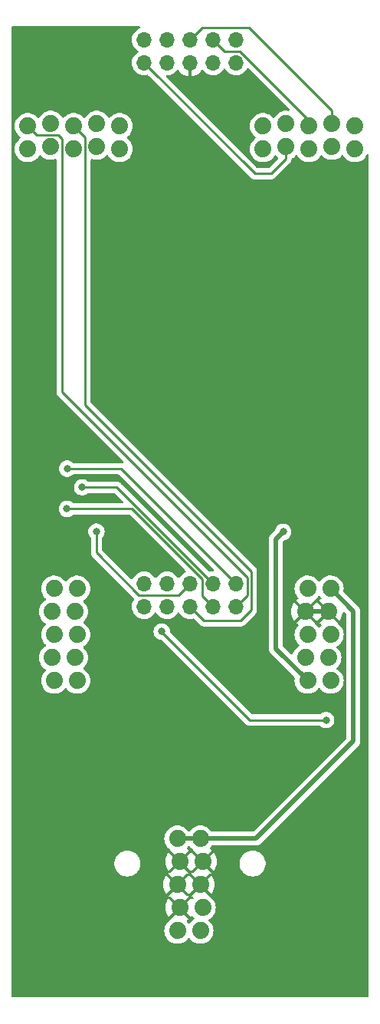
<source format=gtl>
G04 #@! TF.GenerationSoftware,KiCad,Pcbnew,7.0.8*
G04 #@! TF.CreationDate,2024-09-22T21:59:11-04:00*
G04 #@! TF.ProjectId,lichen-bifocals-submodule-power-board,6c696368-656e-42d6-9269-666f63616c73,rev?*
G04 #@! TF.SameCoordinates,Original*
G04 #@! TF.FileFunction,Copper,L1,Top*
G04 #@! TF.FilePolarity,Positive*
%FSLAX46Y46*%
G04 Gerber Fmt 4.6, Leading zero omitted, Abs format (unit mm)*
G04 Created by KiCad (PCBNEW 7.0.8) date 2024-09-22 21:59:11*
%MOMM*%
%LPD*%
G01*
G04 APERTURE LIST*
G04 #@! TA.AperFunction,ComponentPad*
%ADD10C,1.879600*%
G04 #@! TD*
G04 #@! TA.AperFunction,ComponentPad*
%ADD11O,1.700000X1.700000*%
G04 #@! TD*
G04 #@! TA.AperFunction,ViaPad*
%ADD12C,0.800000*%
G04 #@! TD*
G04 #@! TA.AperFunction,Conductor*
%ADD13C,0.500000*%
G04 #@! TD*
G04 #@! TA.AperFunction,Conductor*
%ADD14C,0.250000*%
G04 #@! TD*
G04 APERTURE END LIST*
D10*
X135687000Y-182893000D03*
X135433000Y-180353000D03*
X135687000Y-177813000D03*
X135433000Y-175273000D03*
X135687000Y-172733000D03*
X133147000Y-172733000D03*
X132893000Y-175273000D03*
X133147000Y-177813000D03*
X132893000Y-180353000D03*
X133147000Y-182893000D03*
X138370000Y-121670000D03*
X135830000Y-121416000D03*
X133290000Y-121670000D03*
X130750000Y-121416000D03*
X128210000Y-121670000D03*
X128210000Y-124210000D03*
X130750000Y-123956000D03*
X133290000Y-124210000D03*
X135830000Y-123956000D03*
X138370000Y-124210000D03*
X112370000Y-121670000D03*
X109830000Y-121416000D03*
X107290000Y-121670000D03*
X104750000Y-121416000D03*
X102210000Y-121670000D03*
X102210000Y-124210000D03*
X104750000Y-123956000D03*
X107290000Y-124210000D03*
X109830000Y-123956000D03*
X112370000Y-124210000D03*
X107687000Y-182893000D03*
X107433000Y-180353000D03*
X107687000Y-177813000D03*
X107433000Y-175273000D03*
X107687000Y-172733000D03*
X105147000Y-172733000D03*
X104893000Y-175273000D03*
X105147000Y-177813000D03*
X104893000Y-180353000D03*
X105147000Y-182893000D03*
X119007000Y-202870000D03*
X121547000Y-202870000D03*
X118753000Y-205410000D03*
X121293000Y-205410000D03*
X119007000Y-207950000D03*
X121547000Y-207950000D03*
X118753000Y-210490000D03*
X121293000Y-210490000D03*
X118753000Y-200330000D03*
X121293000Y-200330000D03*
D11*
X125230000Y-174720000D03*
X125230000Y-172180000D03*
X122690000Y-174720000D03*
X122690000Y-172180000D03*
X120150000Y-174720000D03*
X120150000Y-172180000D03*
X117610000Y-174720000D03*
X117610000Y-172180000D03*
X115070000Y-174720000D03*
X115070000Y-172180000D03*
X125230000Y-114690000D03*
X125230000Y-112150000D03*
X122690000Y-114690000D03*
X122690000Y-112150000D03*
X120150000Y-114690000D03*
X120150000Y-112150000D03*
X117610000Y-114690000D03*
X117610000Y-112150000D03*
X115070000Y-114690000D03*
X115070000Y-112150000D03*
D12*
X138820000Y-169280000D03*
X120140000Y-124510000D03*
X130440000Y-166470000D03*
X135200000Y-187240000D03*
X117020000Y-177480000D03*
X109810000Y-166440000D03*
X108230000Y-161550000D03*
X106550000Y-163930000D03*
X106570000Y-159490000D03*
D13*
X135433000Y-175273000D02*
X132893000Y-175273000D01*
D14*
X127306000Y-126926000D02*
X115070000Y-114690000D01*
X129104000Y-126926000D02*
X127306000Y-126926000D01*
X130750000Y-123956000D02*
X130750000Y-125280000D01*
X130750000Y-125280000D02*
X129104000Y-126926000D01*
X135830000Y-119980000D02*
X126625000Y-110775000D01*
X126625000Y-110775000D02*
X121525000Y-110775000D01*
X121525000Y-110775000D02*
X120150000Y-112150000D01*
X135830000Y-121416000D02*
X135830000Y-119980000D01*
X133290000Y-121670000D02*
X133290000Y-121080344D01*
X125619656Y-113410000D02*
X123950000Y-113410000D01*
X133290000Y-121080344D02*
X125619656Y-113410000D01*
X123950000Y-113410000D02*
X122690000Y-112150000D01*
D13*
X129630000Y-179376000D02*
X133147000Y-182893000D01*
X129630000Y-167280000D02*
X129630000Y-179376000D01*
X130440000Y-166470000D02*
X129630000Y-167280000D01*
D14*
X117020000Y-177480000D02*
X117000000Y-177480000D01*
X117020000Y-177500000D02*
X117020000Y-177480000D01*
X135200000Y-187240000D02*
X126760000Y-187240000D01*
X117000000Y-177480000D02*
X117020000Y-177500000D01*
X126760000Y-187240000D02*
X117020000Y-177500000D01*
X109810000Y-168750000D02*
X114500000Y-173440000D01*
X118890000Y-173440000D02*
X120150000Y-172180000D01*
X114500000Y-173440000D02*
X118890000Y-173440000D01*
X109810000Y-166440000D02*
X109810000Y-168750000D01*
X107290000Y-121670000D02*
X108554800Y-122934800D01*
X125740000Y-176280000D02*
X121710000Y-176280000D01*
X108554800Y-152464800D02*
X126920000Y-170830000D01*
X121710000Y-176280000D02*
X120150000Y-174720000D01*
X108554800Y-122934800D02*
X108554800Y-152464800D01*
X126920000Y-175100000D02*
X125740000Y-176280000D01*
X126920000Y-170830000D02*
X126920000Y-175100000D01*
X112060000Y-161550000D02*
X122690000Y-172180000D01*
X108230000Y-161550000D02*
X112060000Y-161550000D01*
X122690000Y-174720000D02*
X121515000Y-173545000D01*
X113730000Y-163930000D02*
X106550000Y-163930000D01*
X121515000Y-173545000D02*
X121515000Y-171715000D01*
X106550000Y-163930000D02*
X106580000Y-163930000D01*
X121515000Y-171715000D02*
X113730000Y-163930000D01*
X106570000Y-159490000D02*
X112540000Y-159490000D01*
X112540000Y-159490000D02*
X125230000Y-172180000D01*
X126460000Y-173490000D02*
X125230000Y-174720000D01*
X105620000Y-122690000D02*
X106014800Y-123084800D01*
X103230000Y-122690000D02*
X105620000Y-122690000D01*
X102210000Y-121670000D02*
X103230000Y-122690000D01*
X106014800Y-123084800D02*
X106014800Y-151034800D01*
X126460000Y-171480000D02*
X126460000Y-173490000D01*
X106014800Y-151034800D02*
X126460000Y-171480000D01*
D13*
X121293000Y-200330000D02*
X127470000Y-200330000D01*
X138210000Y-175256000D02*
X135687000Y-172733000D01*
X127470000Y-200330000D02*
X138210000Y-189590000D01*
X121293000Y-200330000D02*
X118753000Y-200330000D01*
X138210000Y-189590000D02*
X138210000Y-175256000D01*
G04 #@! TA.AperFunction,Conductor*
G36*
X120232351Y-208963219D02*
G01*
X120280971Y-208906295D01*
X120339479Y-208868102D01*
X120409347Y-208867604D01*
X120466491Y-208902844D01*
X120568168Y-209013295D01*
X120568171Y-209013297D01*
X120568171Y-209013298D01*
X120593668Y-209033142D01*
X120634483Y-209089852D01*
X120638158Y-209159625D01*
X120603528Y-209220308D01*
X120576527Y-209240051D01*
X120502533Y-209280095D01*
X120502530Y-209280097D01*
X120314169Y-209426704D01*
X120152508Y-209602315D01*
X120126808Y-209641652D01*
X120073661Y-209687008D01*
X120004430Y-209696431D01*
X119941094Y-209666928D01*
X119919192Y-209641652D01*
X119893494Y-209602318D01*
X119800800Y-209501625D01*
X119769879Y-209438971D01*
X119777739Y-209369545D01*
X119821887Y-209315390D01*
X119827242Y-209311915D01*
X119944352Y-209240151D01*
X120020220Y-209175352D01*
X119244756Y-208399888D01*
X119284470Y-208381752D01*
X119394869Y-208286090D01*
X119457604Y-208188472D01*
X120232351Y-208963219D01*
G37*
G04 #@! TD.AperFunction*
G04 #@! TA.AperFunction,Conductor*
G36*
X120905131Y-205746090D02*
G01*
X121015530Y-205841752D01*
X121055243Y-205859888D01*
X120279778Y-206635351D01*
X120355651Y-206700153D01*
X120472757Y-206771915D01*
X120519633Y-206823727D01*
X120531056Y-206892656D01*
X120503399Y-206956819D01*
X120499199Y-206961625D01*
X120466492Y-206997155D01*
X120406605Y-207033146D01*
X120336767Y-207031047D01*
X120280971Y-206993705D01*
X120232350Y-206936778D01*
X119457603Y-207711526D01*
X119394869Y-207613910D01*
X119284470Y-207518248D01*
X119244756Y-207500111D01*
X120020220Y-206724647D01*
X119944347Y-206659845D01*
X119944346Y-206659844D01*
X119932058Y-206652314D01*
X119886716Y-206602194D01*
X119877203Y-206605997D01*
X119830930Y-206611474D01*
X119825734Y-206614312D01*
X119756042Y-206609328D01*
X119711695Y-206580827D01*
X118990756Y-205859888D01*
X119030470Y-205841752D01*
X119140869Y-205746090D01*
X119203604Y-205648472D01*
X119950307Y-206395176D01*
X119967651Y-206426939D01*
X119991984Y-206422684D01*
X120020566Y-206421561D01*
X120025435Y-206421561D01*
X120067647Y-206423220D01*
X120842395Y-205648472D01*
X120905131Y-205746090D01*
G37*
G04 #@! TD.AperFunction*
G04 #@! TA.AperFunction,Conductor*
G36*
X121159131Y-203206090D02*
G01*
X121269530Y-203301752D01*
X121309243Y-203319888D01*
X120588304Y-204040827D01*
X120526981Y-204074312D01*
X120483097Y-204071173D01*
X120482869Y-204073107D01*
X120422797Y-204065997D01*
X120409337Y-204060252D01*
X120393601Y-204091410D01*
X120367942Y-204112315D01*
X120355650Y-204119847D01*
X120355639Y-204119855D01*
X120279778Y-204184646D01*
X120279778Y-204184647D01*
X121055243Y-204960111D01*
X121015530Y-204978248D01*
X120905131Y-205073910D01*
X120842396Y-205171527D01*
X120067647Y-204396778D01*
X120025434Y-204398437D01*
X120020565Y-204398437D01*
X119991985Y-204397314D01*
X119970365Y-204390032D01*
X119950308Y-204424821D01*
X119203603Y-205171526D01*
X119140869Y-205073910D01*
X119030470Y-204978248D01*
X118990755Y-204960110D01*
X119711695Y-204239172D01*
X119773018Y-204205687D01*
X119816897Y-204208825D01*
X119817127Y-204206889D01*
X119877201Y-204213999D01*
X119890664Y-204219745D01*
X119906398Y-204188592D01*
X119932065Y-204167681D01*
X119944347Y-204160154D01*
X120020219Y-204095351D01*
X119244756Y-203319888D01*
X119284470Y-203301752D01*
X119394869Y-203206090D01*
X119457604Y-203108472D01*
X120232351Y-203883220D01*
X120274564Y-203881561D01*
X120279436Y-203881561D01*
X120308021Y-203882685D01*
X120329633Y-203889964D01*
X120349691Y-203855176D01*
X121096395Y-203108472D01*
X121159131Y-203206090D01*
G37*
G04 #@! TD.AperFunction*
G04 #@! TA.AperFunction,Conductor*
G36*
X120104905Y-201153070D02*
G01*
X120126803Y-201178341D01*
X120152506Y-201217682D01*
X120314168Y-201393295D01*
X120486604Y-201527506D01*
X120527416Y-201584215D01*
X120534345Y-201630227D01*
X120533778Y-201644647D01*
X121309243Y-202420111D01*
X121269530Y-202438248D01*
X121159131Y-202533910D01*
X121096396Y-202631527D01*
X120321647Y-201856778D01*
X120279434Y-201858437D01*
X120274564Y-201858437D01*
X120232351Y-201856778D01*
X119457603Y-202631526D01*
X119394869Y-202533910D01*
X119284470Y-202438248D01*
X119244756Y-202420111D01*
X120020220Y-201644647D01*
X119944347Y-201579845D01*
X119944345Y-201579844D01*
X119827241Y-201508082D01*
X119780366Y-201456270D01*
X119768943Y-201387341D01*
X119796600Y-201323178D01*
X119800763Y-201318414D01*
X119893494Y-201217682D01*
X119919194Y-201178345D01*
X119972338Y-201132992D01*
X120041569Y-201123568D01*
X120104905Y-201153070D01*
G37*
G04 #@! TD.AperFunction*
G04 #@! TA.AperFunction,Conductor*
G36*
X135045131Y-175609090D02*
G01*
X135155530Y-175704752D01*
X135195243Y-175722888D01*
X134419778Y-176498351D01*
X134495651Y-176563153D01*
X134612757Y-176634915D01*
X134659633Y-176686727D01*
X134671056Y-176755656D01*
X134643399Y-176819819D01*
X134639199Y-176824625D01*
X134546508Y-176925315D01*
X134520808Y-176964652D01*
X134467661Y-177010008D01*
X134398430Y-177019431D01*
X134335094Y-176989928D01*
X134313192Y-176964652D01*
X134302172Y-176947785D01*
X134287494Y-176925318D01*
X134125832Y-176749705D01*
X133953394Y-176615492D01*
X133912582Y-176558782D01*
X133905653Y-176512769D01*
X133906219Y-176498350D01*
X133130756Y-175722888D01*
X133170470Y-175704752D01*
X133280869Y-175609090D01*
X133343604Y-175511472D01*
X134118351Y-176286219D01*
X134160563Y-176284561D01*
X134165434Y-176284561D01*
X134207648Y-176286220D01*
X134982395Y-175511472D01*
X135045131Y-175609090D01*
G37*
G04 #@! TD.AperFunction*
G04 #@! TA.AperFunction,Conductor*
G36*
X134498904Y-173556071D02*
G01*
X134520809Y-173581350D01*
X134546506Y-173620682D01*
X134639199Y-173721374D01*
X134670120Y-173784027D01*
X134662260Y-173853453D01*
X134618113Y-173907608D01*
X134612758Y-173911082D01*
X134495654Y-173982844D01*
X134495645Y-173982850D01*
X134419778Y-174047646D01*
X134419778Y-174047647D01*
X135195243Y-174823111D01*
X135155530Y-174841248D01*
X135045131Y-174936910D01*
X134982396Y-175034527D01*
X134207647Y-174259778D01*
X134165434Y-174261437D01*
X134160564Y-174261437D01*
X134118351Y-174259778D01*
X133343603Y-175034526D01*
X133280869Y-174936910D01*
X133170470Y-174841248D01*
X133130756Y-174823111D01*
X133906219Y-174047648D01*
X133905653Y-174033230D01*
X133922689Y-173965469D01*
X133953391Y-173930510D01*
X134125832Y-173796295D01*
X134287494Y-173620682D01*
X134313191Y-173581350D01*
X134366337Y-173535993D01*
X134435568Y-173526569D01*
X134498904Y-173556071D01*
G37*
G04 #@! TD.AperFunction*
G04 #@! TA.AperFunction,Conductor*
G36*
X114597843Y-110670185D02*
G01*
X114643598Y-110722989D01*
X114653542Y-110792147D01*
X114624517Y-110855703D01*
X114583209Y-110886882D01*
X114392171Y-110975964D01*
X114392169Y-110975965D01*
X114198597Y-111111505D01*
X114031505Y-111278597D01*
X113895965Y-111472169D01*
X113895964Y-111472171D01*
X113796098Y-111686335D01*
X113796094Y-111686344D01*
X113734938Y-111914586D01*
X113734936Y-111914596D01*
X113714341Y-112149999D01*
X113714341Y-112150000D01*
X113734936Y-112385403D01*
X113734938Y-112385413D01*
X113796094Y-112613655D01*
X113796096Y-112613659D01*
X113796097Y-112613663D01*
X113800000Y-112622032D01*
X113895965Y-112827830D01*
X113895967Y-112827834D01*
X114004281Y-112982521D01*
X114031505Y-113021401D01*
X114198599Y-113188495D01*
X114198601Y-113188496D01*
X114198603Y-113188498D01*
X114384158Y-113318425D01*
X114427783Y-113373002D01*
X114434977Y-113442500D01*
X114403454Y-113504855D01*
X114384158Y-113521575D01*
X114198597Y-113651505D01*
X114031505Y-113818597D01*
X113895965Y-114012169D01*
X113895964Y-114012171D01*
X113796098Y-114226335D01*
X113796094Y-114226344D01*
X113734938Y-114454586D01*
X113734936Y-114454596D01*
X113714341Y-114689999D01*
X113714341Y-114690000D01*
X113734936Y-114925403D01*
X113734938Y-114925413D01*
X113796094Y-115153655D01*
X113796096Y-115153659D01*
X113796097Y-115153663D01*
X113854987Y-115279952D01*
X113895965Y-115367830D01*
X113895967Y-115367834D01*
X113994587Y-115508677D01*
X114031505Y-115561401D01*
X114198599Y-115728495D01*
X114295384Y-115796265D01*
X114392165Y-115864032D01*
X114392167Y-115864033D01*
X114392170Y-115864035D01*
X114606337Y-115963903D01*
X114834592Y-116025063D01*
X115022918Y-116041539D01*
X115069999Y-116045659D01*
X115070000Y-116045659D01*
X115070001Y-116045659D01*
X115109234Y-116042226D01*
X115305408Y-116025063D01*
X115405873Y-115998143D01*
X115475722Y-115999806D01*
X115525646Y-116030236D01*
X121403278Y-121907869D01*
X126805197Y-127309788D01*
X126815022Y-127322051D01*
X126815243Y-127321869D01*
X126820214Y-127327878D01*
X126841043Y-127347437D01*
X126870635Y-127375226D01*
X126891529Y-127396120D01*
X126897011Y-127400373D01*
X126901443Y-127404157D01*
X126935418Y-127436062D01*
X126952976Y-127445714D01*
X126969235Y-127456395D01*
X126985064Y-127468673D01*
X127027838Y-127487182D01*
X127033056Y-127489738D01*
X127073908Y-127512197D01*
X127093316Y-127517180D01*
X127111717Y-127523480D01*
X127130104Y-127531437D01*
X127173488Y-127538308D01*
X127176119Y-127538725D01*
X127181839Y-127539909D01*
X127226981Y-127551500D01*
X127247016Y-127551500D01*
X127266414Y-127553026D01*
X127286194Y-127556159D01*
X127286195Y-127556160D01*
X127286195Y-127556159D01*
X127286196Y-127556160D01*
X127332584Y-127551775D01*
X127338422Y-127551500D01*
X129021257Y-127551500D01*
X129036877Y-127553224D01*
X129036904Y-127552939D01*
X129044660Y-127553671D01*
X129044667Y-127553673D01*
X129113814Y-127551500D01*
X129143350Y-127551500D01*
X129150228Y-127550630D01*
X129156041Y-127550172D01*
X129202627Y-127548709D01*
X129221869Y-127543117D01*
X129240912Y-127539174D01*
X129260792Y-127536664D01*
X129304122Y-127519507D01*
X129309646Y-127517617D01*
X129313396Y-127516527D01*
X129354390Y-127504618D01*
X129371629Y-127494422D01*
X129389103Y-127485862D01*
X129407727Y-127478488D01*
X129407727Y-127478487D01*
X129407732Y-127478486D01*
X129445449Y-127451082D01*
X129450305Y-127447892D01*
X129490420Y-127424170D01*
X129504589Y-127409999D01*
X129519379Y-127397368D01*
X129535587Y-127385594D01*
X129565299Y-127349676D01*
X129569212Y-127345376D01*
X131133786Y-125780802D01*
X131146048Y-125770980D01*
X131145865Y-125770759D01*
X131151867Y-125765792D01*
X131151877Y-125765786D01*
X131199241Y-125715348D01*
X131220120Y-125694470D01*
X131224373Y-125688986D01*
X131228150Y-125684563D01*
X131260062Y-125650582D01*
X131269714Y-125633023D01*
X131280389Y-125616772D01*
X131292674Y-125600936D01*
X131311186Y-125558152D01*
X131313742Y-125552935D01*
X131336197Y-125512092D01*
X131341180Y-125492680D01*
X131347477Y-125474291D01*
X131355438Y-125455895D01*
X131362729Y-125409853D01*
X131363908Y-125404162D01*
X131375500Y-125359019D01*
X131375500Y-125338983D01*
X131377024Y-125319601D01*
X131378744Y-125308743D01*
X131408667Y-125245611D01*
X131442194Y-125219086D01*
X131540469Y-125165903D01*
X131728832Y-125019295D01*
X131837028Y-124901761D01*
X131896911Y-124865773D01*
X131966749Y-124867872D01*
X132024366Y-124907396D01*
X132032064Y-124917924D01*
X132098293Y-125019295D01*
X132149506Y-125097682D01*
X132311168Y-125273295D01*
X132499531Y-125419903D01*
X132709455Y-125533509D01*
X132935216Y-125611012D01*
X133170653Y-125650300D01*
X133170654Y-125650300D01*
X133409346Y-125650300D01*
X133409347Y-125650300D01*
X133644784Y-125611012D01*
X133870545Y-125533509D01*
X134080469Y-125419903D01*
X134268832Y-125273295D01*
X134430494Y-125097682D01*
X134547935Y-124917924D01*
X134601081Y-124872568D01*
X134670313Y-124863144D01*
X134733649Y-124892646D01*
X134742972Y-124901762D01*
X134851168Y-125019295D01*
X135039531Y-125165903D01*
X135249455Y-125279509D01*
X135475216Y-125357012D01*
X135710653Y-125396300D01*
X135710654Y-125396300D01*
X135949346Y-125396300D01*
X135949347Y-125396300D01*
X136184784Y-125357012D01*
X136410545Y-125279509D01*
X136620469Y-125165903D01*
X136808832Y-125019295D01*
X136917028Y-124901761D01*
X136976911Y-124865773D01*
X137046749Y-124867872D01*
X137104366Y-124907396D01*
X137112064Y-124917924D01*
X137178293Y-125019295D01*
X137229506Y-125097682D01*
X137391168Y-125273295D01*
X137579531Y-125419903D01*
X137789455Y-125533509D01*
X138015216Y-125611012D01*
X138250653Y-125650300D01*
X138250654Y-125650300D01*
X138489346Y-125650300D01*
X138489347Y-125650300D01*
X138724784Y-125611012D01*
X138950545Y-125533509D01*
X139160469Y-125419903D01*
X139348832Y-125273295D01*
X139510494Y-125097682D01*
X139641047Y-124897856D01*
X139661944Y-124850216D01*
X139706900Y-124796730D01*
X139773636Y-124776040D01*
X139840964Y-124794715D01*
X139887507Y-124846825D01*
X139899500Y-124900026D01*
X139899500Y-217725500D01*
X139879815Y-217792539D01*
X139827011Y-217838294D01*
X139775500Y-217849500D01*
X100524500Y-217849500D01*
X100457461Y-217829815D01*
X100411706Y-217777011D01*
X100400500Y-217725500D01*
X100400500Y-205410000D01*
X117158284Y-205410000D01*
X117177918Y-205659472D01*
X117236333Y-205902791D01*
X117332095Y-206133982D01*
X117332097Y-206133985D01*
X117462844Y-206347346D01*
X117462845Y-206347347D01*
X117527647Y-206423220D01*
X118302395Y-205648472D01*
X118365131Y-205746090D01*
X118475530Y-205841752D01*
X118515243Y-205859888D01*
X117739778Y-206635351D01*
X117815652Y-206700154D01*
X117815658Y-206700158D01*
X117827938Y-206707684D01*
X117873281Y-206757803D01*
X117882799Y-206754000D01*
X117929052Y-206748526D01*
X117934245Y-206745690D01*
X118003937Y-206750663D01*
X118048303Y-206779171D01*
X118769243Y-207500111D01*
X118729530Y-207518248D01*
X118619131Y-207613910D01*
X118556396Y-207711527D01*
X117809691Y-206964822D01*
X117792346Y-206933058D01*
X117783502Y-206934605D01*
X117716850Y-207012645D01*
X117716844Y-207012653D01*
X117586097Y-207226014D01*
X117586095Y-207226017D01*
X117490333Y-207457208D01*
X117431918Y-207700527D01*
X117412284Y-207950000D01*
X117431918Y-208199472D01*
X117490333Y-208442791D01*
X117586095Y-208673982D01*
X117586097Y-208673985D01*
X117716844Y-208887346D01*
X117716845Y-208887347D01*
X117781647Y-208963220D01*
X118556395Y-208188472D01*
X118619131Y-208286090D01*
X118729530Y-208381752D01*
X118769243Y-208399888D01*
X117993778Y-209175351D01*
X117994345Y-209189772D01*
X117977308Y-209257532D01*
X117946603Y-209292493D01*
X117774174Y-209426699D01*
X117774171Y-209426702D01*
X117774168Y-209426704D01*
X117774168Y-209426705D01*
X117740924Y-209462817D01*
X117612506Y-209602317D01*
X117481951Y-209802147D01*
X117386070Y-210020732D01*
X117327475Y-210252118D01*
X117327473Y-210252130D01*
X117307764Y-210489994D01*
X117307764Y-210490005D01*
X117327473Y-210727869D01*
X117327475Y-210727881D01*
X117386070Y-210959267D01*
X117481951Y-211177852D01*
X117481953Y-211177856D01*
X117612506Y-211377682D01*
X117774168Y-211553295D01*
X117962531Y-211699903D01*
X118172455Y-211813509D01*
X118398216Y-211891012D01*
X118633653Y-211930300D01*
X118633654Y-211930300D01*
X118872346Y-211930300D01*
X118872347Y-211930300D01*
X119107784Y-211891012D01*
X119333545Y-211813509D01*
X119543469Y-211699903D01*
X119731832Y-211553295D01*
X119893494Y-211377682D01*
X119919191Y-211338350D01*
X119972337Y-211292993D01*
X120041568Y-211283569D01*
X120104904Y-211313071D01*
X120126809Y-211338350D01*
X120152506Y-211377682D01*
X120314168Y-211553295D01*
X120502531Y-211699903D01*
X120712455Y-211813509D01*
X120938216Y-211891012D01*
X121173653Y-211930300D01*
X121173654Y-211930300D01*
X121412346Y-211930300D01*
X121412347Y-211930300D01*
X121647784Y-211891012D01*
X121873545Y-211813509D01*
X122083469Y-211699903D01*
X122271832Y-211553295D01*
X122433494Y-211377682D01*
X122564047Y-211177856D01*
X122659929Y-210959267D01*
X122718525Y-210727878D01*
X122738236Y-210490000D01*
X122718525Y-210252122D01*
X122659929Y-210020733D01*
X122564047Y-209802144D01*
X122433494Y-209602318D01*
X122271832Y-209426705D01*
X122246327Y-209406854D01*
X122205515Y-209350144D01*
X122201842Y-209280371D01*
X122236473Y-209219688D01*
X122263472Y-209199948D01*
X122337469Y-209159903D01*
X122525832Y-209013295D01*
X122687494Y-208837682D01*
X122818047Y-208637856D01*
X122913929Y-208419267D01*
X122972525Y-208187878D01*
X122974570Y-208163201D01*
X122992236Y-207950005D01*
X122992236Y-207949994D01*
X122972526Y-207712130D01*
X122972524Y-207712118D01*
X122913929Y-207480732D01*
X122818048Y-207262147D01*
X122818047Y-207262144D01*
X122687494Y-207062318D01*
X122525832Y-206886705D01*
X122353394Y-206752492D01*
X122312582Y-206695782D01*
X122305653Y-206649769D01*
X122306219Y-206635350D01*
X121530756Y-205859888D01*
X121570470Y-205841752D01*
X121680869Y-205746090D01*
X121743604Y-205648472D01*
X122518352Y-206423220D01*
X122583152Y-206347350D01*
X122713902Y-206133985D01*
X122713904Y-206133982D01*
X122809666Y-205902791D01*
X122868081Y-205659472D01*
X122887715Y-205410000D01*
X122868081Y-205160527D01*
X122809666Y-204917208D01*
X122713904Y-204686017D01*
X122713902Y-204686014D01*
X122583155Y-204472653D01*
X122583154Y-204472652D01*
X122513488Y-204391085D01*
X122510365Y-204390033D01*
X122490308Y-204424821D01*
X121743603Y-205171526D01*
X121680869Y-205073910D01*
X121570470Y-204978248D01*
X121530755Y-204960110D01*
X122251695Y-204239172D01*
X122313018Y-204205687D01*
X122356897Y-204208825D01*
X122357127Y-204206889D01*
X122417201Y-204213999D01*
X122430665Y-204219745D01*
X122446400Y-204188590D01*
X122472065Y-204167681D01*
X122484347Y-204160154D01*
X122560219Y-204095351D01*
X121784756Y-203319888D01*
X121824470Y-203301752D01*
X121934869Y-203206090D01*
X121997604Y-203108472D01*
X122772352Y-203883220D01*
X122837152Y-203807350D01*
X122967902Y-203593985D01*
X122967904Y-203593982D01*
X123063666Y-203362791D01*
X123103820Y-203195534D01*
X125646500Y-203195534D01*
X125685520Y-203429373D01*
X125762493Y-203653587D01*
X125762496Y-203653595D01*
X125871586Y-203855176D01*
X125875329Y-203862091D01*
X126014445Y-204040827D01*
X126020940Y-204049172D01*
X126020943Y-204049175D01*
X126089531Y-204112315D01*
X126194368Y-204208825D01*
X126195356Y-204209734D01*
X126195355Y-204209734D01*
X126393824Y-204339399D01*
X126610924Y-204434629D01*
X126668378Y-204449178D01*
X126840740Y-204492826D01*
X127017829Y-204507500D01*
X127017831Y-204507500D01*
X127136169Y-204507500D01*
X127136171Y-204507500D01*
X127313260Y-204492826D01*
X127543075Y-204434629D01*
X127760176Y-204339399D01*
X127958643Y-204209735D01*
X128133060Y-204049172D01*
X128278671Y-203862091D01*
X128391504Y-203653595D01*
X128468480Y-203429371D01*
X128507500Y-203195535D01*
X128507500Y-202958465D01*
X128468480Y-202724629D01*
X128391504Y-202500405D01*
X128278671Y-202291909D01*
X128133060Y-202104828D01*
X127958643Y-201944265D01*
X127958644Y-201944265D01*
X127760175Y-201814600D01*
X127543075Y-201719370D01*
X127313256Y-201661173D01*
X127171346Y-201649414D01*
X127136171Y-201646500D01*
X127017829Y-201646500D01*
X126985831Y-201649151D01*
X126840743Y-201661173D01*
X126610924Y-201719370D01*
X126393824Y-201814600D01*
X126195355Y-201944265D01*
X126020943Y-202104824D01*
X126020940Y-202104827D01*
X125875327Y-202291911D01*
X125762496Y-202500404D01*
X125762493Y-202500412D01*
X125685520Y-202724626D01*
X125646500Y-202958465D01*
X125646500Y-203195534D01*
X123103820Y-203195534D01*
X123122081Y-203119472D01*
X123141715Y-202870000D01*
X123122081Y-202620527D01*
X123063666Y-202377208D01*
X122967904Y-202146017D01*
X122967902Y-202146014D01*
X122837155Y-201932653D01*
X122837154Y-201932652D01*
X122772350Y-201856778D01*
X121997603Y-202631526D01*
X121934869Y-202533910D01*
X121824470Y-202438248D01*
X121784756Y-202420111D01*
X122560220Y-201644647D01*
X122484347Y-201579845D01*
X122484345Y-201579844D01*
X122367241Y-201508082D01*
X122320366Y-201456270D01*
X122308943Y-201387341D01*
X122336600Y-201323178D01*
X122340763Y-201318414D01*
X122433494Y-201217682D01*
X122486417Y-201136678D01*
X122539563Y-201091321D01*
X122590225Y-201080500D01*
X127406295Y-201080500D01*
X127424265Y-201081809D01*
X127448023Y-201085289D01*
X127500068Y-201080735D01*
X127505470Y-201080500D01*
X127513704Y-201080500D01*
X127513709Y-201080500D01*
X127525327Y-201079141D01*
X127546276Y-201076693D01*
X127559028Y-201075577D01*
X127622797Y-201069999D01*
X127622805Y-201069996D01*
X127629866Y-201068539D01*
X127629878Y-201068598D01*
X127637243Y-201066965D01*
X127637229Y-201066906D01*
X127644246Y-201065241D01*
X127644255Y-201065241D01*
X127716423Y-201038974D01*
X127789334Y-201014814D01*
X127789343Y-201014807D01*
X127795882Y-201011760D01*
X127795908Y-201011816D01*
X127802690Y-201008532D01*
X127802663Y-201008478D01*
X127809106Y-201005240D01*
X127809117Y-201005237D01*
X127873283Y-200963034D01*
X127938656Y-200922712D01*
X127938662Y-200922705D01*
X127944325Y-200918229D01*
X127944362Y-200918277D01*
X127950204Y-200913518D01*
X127950164Y-200913471D01*
X127955691Y-200908832D01*
X127955696Y-200908830D01*
X128008386Y-200852981D01*
X138695638Y-190165727D01*
X138709267Y-190153950D01*
X138728530Y-190139610D01*
X138728532Y-190139606D01*
X138728534Y-190139606D01*
X138746663Y-190117999D01*
X138762113Y-190099585D01*
X138765767Y-190095599D01*
X138771591Y-190089776D01*
X138791930Y-190064052D01*
X138841302Y-190005214D01*
X138841306Y-190005205D01*
X138845274Y-189999175D01*
X138845325Y-189999208D01*
X138849369Y-189992860D01*
X138849317Y-189992828D01*
X138853104Y-189986685D01*
X138853111Y-189986677D01*
X138885572Y-189917063D01*
X138920040Y-189848433D01*
X138920041Y-189848427D01*
X138922508Y-189841650D01*
X138922566Y-189841671D01*
X138925043Y-189834544D01*
X138924986Y-189834526D01*
X138927255Y-189827679D01*
X138927256Y-189827674D01*
X138927257Y-189827672D01*
X138942790Y-189752441D01*
X138960500Y-189677721D01*
X138960500Y-189677719D01*
X138961339Y-189670548D01*
X138961398Y-189670554D01*
X138962164Y-189663054D01*
X138962105Y-189663049D01*
X138962734Y-189655859D01*
X138960500Y-189579082D01*
X138960500Y-175319705D01*
X138961809Y-175301735D01*
X138962901Y-175294280D01*
X138965289Y-175277977D01*
X138960735Y-175225931D01*
X138960500Y-175220528D01*
X138960500Y-175212297D01*
X138960500Y-175212291D01*
X138956693Y-175179724D01*
X138949999Y-175103203D01*
X138949999Y-175103201D01*
X138948539Y-175096129D01*
X138948597Y-175096116D01*
X138946965Y-175088757D01*
X138946906Y-175088772D01*
X138945242Y-175081753D01*
X138945241Y-175081745D01*
X138918974Y-175009576D01*
X138894814Y-174936666D01*
X138894809Y-174936659D01*
X138891760Y-174930118D01*
X138891815Y-174930091D01*
X138888533Y-174923313D01*
X138888480Y-174923340D01*
X138885235Y-174916880D01*
X138843028Y-174852708D01*
X138812820Y-174803733D01*
X138802712Y-174787345D01*
X138802711Y-174787344D01*
X138802710Y-174787342D01*
X138798234Y-174781682D01*
X138798281Y-174781644D01*
X138793519Y-174775799D01*
X138793474Y-174775838D01*
X138788834Y-174770308D01*
X138732964Y-174717596D01*
X137136829Y-173121461D01*
X137103344Y-173060138D01*
X137104305Y-173003338D01*
X137112523Y-172970886D01*
X137112524Y-172970881D01*
X137112525Y-172970878D01*
X137112526Y-172970869D01*
X137132236Y-172733005D01*
X137132236Y-172732994D01*
X137112526Y-172495130D01*
X137112524Y-172495118D01*
X137053929Y-172263732D01*
X136958048Y-172045147D01*
X136958047Y-172045144D01*
X136827494Y-171845318D01*
X136665832Y-171669705D01*
X136477469Y-171523097D01*
X136381152Y-171470972D01*
X136267546Y-171409491D01*
X136267541Y-171409489D01*
X136041786Y-171331988D01*
X135884826Y-171305796D01*
X135806347Y-171292700D01*
X135567653Y-171292700D01*
X135508793Y-171302522D01*
X135332213Y-171331988D01*
X135106458Y-171409489D01*
X135106453Y-171409491D01*
X134896529Y-171523098D01*
X134708169Y-171669704D01*
X134546508Y-171845315D01*
X134520808Y-171884652D01*
X134467661Y-171930008D01*
X134398430Y-171939431D01*
X134335094Y-171909928D01*
X134313192Y-171884652D01*
X134287494Y-171845318D01*
X134125832Y-171669705D01*
X133937469Y-171523097D01*
X133841152Y-171470972D01*
X133727546Y-171409491D01*
X133727541Y-171409489D01*
X133501786Y-171331988D01*
X133344826Y-171305796D01*
X133266347Y-171292700D01*
X133027653Y-171292700D01*
X132968793Y-171302522D01*
X132792213Y-171331988D01*
X132566458Y-171409489D01*
X132566453Y-171409491D01*
X132356529Y-171523098D01*
X132168169Y-171669704D01*
X132006506Y-171845317D01*
X131875951Y-172045147D01*
X131780070Y-172263732D01*
X131721475Y-172495118D01*
X131721473Y-172495130D01*
X131701764Y-172732994D01*
X131701764Y-172733005D01*
X131721473Y-172970869D01*
X131721475Y-172970881D01*
X131780070Y-173202267D01*
X131875951Y-173420852D01*
X131875953Y-173420856D01*
X132006506Y-173620682D01*
X132099199Y-173721374D01*
X132130120Y-173784027D01*
X132122260Y-173853453D01*
X132078113Y-173907608D01*
X132072758Y-173911082D01*
X131955654Y-173982844D01*
X131955645Y-173982850D01*
X131879778Y-174047646D01*
X131879778Y-174047647D01*
X132655243Y-174823111D01*
X132615530Y-174841248D01*
X132505131Y-174936910D01*
X132442396Y-175034527D01*
X131667647Y-174259778D01*
X131667646Y-174259778D01*
X131602850Y-174335645D01*
X131602844Y-174335653D01*
X131472097Y-174549014D01*
X131472095Y-174549017D01*
X131376333Y-174780208D01*
X131317918Y-175023527D01*
X131298284Y-175273000D01*
X131317918Y-175522472D01*
X131376333Y-175765791D01*
X131472095Y-175996982D01*
X131472097Y-175996985D01*
X131602844Y-176210346D01*
X131602845Y-176210347D01*
X131667647Y-176286220D01*
X132442395Y-175511472D01*
X132505131Y-175609090D01*
X132615530Y-175704752D01*
X132655243Y-175722888D01*
X131879778Y-176498351D01*
X131955651Y-176563153D01*
X132072757Y-176634915D01*
X132119633Y-176686727D01*
X132131056Y-176755656D01*
X132103399Y-176819819D01*
X132099199Y-176824625D01*
X132006506Y-176925317D01*
X131875951Y-177125147D01*
X131780070Y-177343732D01*
X131721475Y-177575118D01*
X131721473Y-177575130D01*
X131701764Y-177812994D01*
X131701764Y-177813005D01*
X131721473Y-178050869D01*
X131721475Y-178050881D01*
X131780070Y-178282267D01*
X131875951Y-178500852D01*
X131875953Y-178500856D01*
X132006506Y-178700682D01*
X132168168Y-178876295D01*
X132168171Y-178876297D01*
X132168171Y-178876298D01*
X132193668Y-178896142D01*
X132234483Y-178952852D01*
X132238158Y-179022625D01*
X132203528Y-179083308D01*
X132176527Y-179103051D01*
X132102533Y-179143095D01*
X132102530Y-179143097D01*
X131914169Y-179289704D01*
X131752506Y-179465317D01*
X131621951Y-179665147D01*
X131526069Y-179883735D01*
X131513573Y-179933080D01*
X131478033Y-179993236D01*
X131415612Y-180024627D01*
X131346128Y-180017287D01*
X131305687Y-179990319D01*
X130416819Y-179101451D01*
X130383334Y-179040128D01*
X130380500Y-179013770D01*
X130380500Y-167642229D01*
X130400185Y-167575190D01*
X130416815Y-167554552D01*
X130592771Y-167378595D01*
X130654092Y-167345112D01*
X130654448Y-167345034D01*
X130719803Y-167331144D01*
X130892730Y-167254151D01*
X131045871Y-167142888D01*
X131172533Y-167002216D01*
X131267179Y-166838284D01*
X131325674Y-166658256D01*
X131345460Y-166470000D01*
X131325674Y-166281744D01*
X131267179Y-166101716D01*
X131172533Y-165937784D01*
X131045871Y-165797112D01*
X131045870Y-165797111D01*
X130892734Y-165685851D01*
X130892729Y-165685848D01*
X130719807Y-165608857D01*
X130719802Y-165608855D01*
X130574001Y-165577865D01*
X130534646Y-165569500D01*
X130345354Y-165569500D01*
X130312897Y-165576398D01*
X130160197Y-165608855D01*
X130160192Y-165608857D01*
X129987270Y-165685848D01*
X129987265Y-165685851D01*
X129834129Y-165797111D01*
X129707466Y-165937785D01*
X129612821Y-166101715D01*
X129612819Y-166101719D01*
X129557479Y-166272039D01*
X129527229Y-166321401D01*
X129144358Y-166704272D01*
X129130729Y-166716051D01*
X129111468Y-166730390D01*
X129077898Y-166770397D01*
X129074253Y-166774376D01*
X129068409Y-166780222D01*
X129048059Y-166805959D01*
X128998695Y-166864789D01*
X128994729Y-166870819D01*
X128994682Y-166870788D01*
X128990630Y-166877147D01*
X128990679Y-166877177D01*
X128986889Y-166883321D01*
X128954424Y-166952941D01*
X128919960Y-167021566D01*
X128917488Y-167028357D01*
X128917432Y-167028336D01*
X128914960Y-167035450D01*
X128915015Y-167035469D01*
X128912742Y-167042327D01*
X128909978Y-167055715D01*
X128897207Y-167117565D01*
X128891206Y-167142888D01*
X128879498Y-167192286D01*
X128878661Y-167199454D01*
X128878601Y-167199447D01*
X128877835Y-167206945D01*
X128877895Y-167206951D01*
X128877265Y-167214140D01*
X128879500Y-167290916D01*
X128879500Y-179312294D01*
X128878191Y-179330263D01*
X128874710Y-179354025D01*
X128879264Y-179406064D01*
X128879500Y-179411470D01*
X128879500Y-179419709D01*
X128883306Y-179452274D01*
X128890000Y-179528791D01*
X128891461Y-179535867D01*
X128891403Y-179535878D01*
X128893034Y-179543237D01*
X128893092Y-179543224D01*
X128894757Y-179550250D01*
X128921025Y-179622424D01*
X128945185Y-179695331D01*
X128948236Y-179701874D01*
X128948182Y-179701898D01*
X128951470Y-179708688D01*
X128951521Y-179708663D01*
X128954761Y-179715113D01*
X128954762Y-179715114D01*
X128954763Y-179715117D01*
X128996965Y-179779283D01*
X129037287Y-179844655D01*
X129041766Y-179850319D01*
X129041719Y-179850356D01*
X129046482Y-179856202D01*
X129046528Y-179856164D01*
X129051173Y-179861700D01*
X129107018Y-179914386D01*
X131697170Y-182504538D01*
X131730655Y-182565861D01*
X131729695Y-182622657D01*
X131721474Y-182655120D01*
X131721474Y-182655123D01*
X131701764Y-182892994D01*
X131701764Y-182893005D01*
X131721473Y-183130869D01*
X131721475Y-183130881D01*
X131780070Y-183362267D01*
X131875951Y-183580852D01*
X131875953Y-183580856D01*
X132006506Y-183780682D01*
X132168168Y-183956295D01*
X132356531Y-184102903D01*
X132566455Y-184216509D01*
X132792216Y-184294012D01*
X133027653Y-184333300D01*
X133027654Y-184333300D01*
X133266346Y-184333300D01*
X133266347Y-184333300D01*
X133501784Y-184294012D01*
X133727545Y-184216509D01*
X133937469Y-184102903D01*
X134125832Y-183956295D01*
X134287494Y-183780682D01*
X134313191Y-183741350D01*
X134366337Y-183695993D01*
X134435568Y-183686569D01*
X134498904Y-183716071D01*
X134520809Y-183741350D01*
X134546506Y-183780682D01*
X134708168Y-183956295D01*
X134896531Y-184102903D01*
X135106455Y-184216509D01*
X135332216Y-184294012D01*
X135567653Y-184333300D01*
X135567654Y-184333300D01*
X135806346Y-184333300D01*
X135806347Y-184333300D01*
X136041784Y-184294012D01*
X136267545Y-184216509D01*
X136477469Y-184102903D01*
X136665832Y-183956295D01*
X136827494Y-183780682D01*
X136958047Y-183580856D01*
X137053929Y-183362267D01*
X137112525Y-183130878D01*
X137132236Y-182893000D01*
X137112525Y-182655122D01*
X137053929Y-182423733D01*
X136958047Y-182205144D01*
X136827494Y-182005318D01*
X136665832Y-181829705D01*
X136477469Y-181683097D01*
X136477462Y-181683092D01*
X136403473Y-181643051D01*
X136353882Y-181593832D01*
X136338775Y-181525615D01*
X136362946Y-181460059D01*
X136386327Y-181436145D01*
X136411832Y-181416295D01*
X136573494Y-181240682D01*
X136704047Y-181040856D01*
X136799929Y-180822267D01*
X136858525Y-180590878D01*
X136878236Y-180353000D01*
X136858525Y-180115122D01*
X136858524Y-180115118D01*
X136799929Y-179883732D01*
X136720158Y-179701874D01*
X136704047Y-179665144D01*
X136573494Y-179465318D01*
X136411832Y-179289705D01*
X136386327Y-179269854D01*
X136345515Y-179213144D01*
X136341842Y-179143371D01*
X136376473Y-179082688D01*
X136403472Y-179062948D01*
X136477469Y-179022903D01*
X136665832Y-178876295D01*
X136827494Y-178700682D01*
X136958047Y-178500856D01*
X137053929Y-178282267D01*
X137112525Y-178050878D01*
X137115729Y-178012214D01*
X137132236Y-177813005D01*
X137132236Y-177812994D01*
X137112526Y-177575130D01*
X137112524Y-177575118D01*
X137053929Y-177343732D01*
X136958048Y-177125147D01*
X136958047Y-177125144D01*
X136827494Y-176925318D01*
X136665832Y-176749705D01*
X136493394Y-176615492D01*
X136452582Y-176558782D01*
X136445653Y-176512769D01*
X136446219Y-176498350D01*
X135670756Y-175722888D01*
X135710470Y-175704752D01*
X135820869Y-175609090D01*
X135883604Y-175511472D01*
X136658352Y-176286220D01*
X136723152Y-176210350D01*
X136853902Y-175996985D01*
X136853904Y-175996982D01*
X136949666Y-175765791D01*
X137008081Y-175522471D01*
X137016673Y-175413293D01*
X137041557Y-175348004D01*
X137097787Y-175306533D01*
X137167513Y-175302046D01*
X137227972Y-175335340D01*
X137423181Y-175530549D01*
X137456666Y-175591872D01*
X137459500Y-175618230D01*
X137459500Y-189227770D01*
X137439815Y-189294809D01*
X137423181Y-189315451D01*
X127195451Y-199543181D01*
X127134128Y-199576666D01*
X127107770Y-199579500D01*
X122590225Y-199579500D01*
X122523186Y-199559815D01*
X122486417Y-199523322D01*
X122433495Y-199442320D01*
X122433494Y-199442318D01*
X122271832Y-199266705D01*
X122083469Y-199120097D01*
X121987152Y-199067972D01*
X121873546Y-199006491D01*
X121873541Y-199006489D01*
X121647786Y-198928988D01*
X121490826Y-198902796D01*
X121412347Y-198889700D01*
X121173653Y-198889700D01*
X121114793Y-198899522D01*
X120938213Y-198928988D01*
X120712458Y-199006489D01*
X120712453Y-199006491D01*
X120502529Y-199120098D01*
X120314167Y-199266705D01*
X120314165Y-199266707D01*
X120152508Y-199442315D01*
X120126808Y-199481652D01*
X120073661Y-199527008D01*
X120004430Y-199536431D01*
X119941094Y-199506928D01*
X119919192Y-199481652D01*
X119893494Y-199442318D01*
X119731832Y-199266705D01*
X119543469Y-199120097D01*
X119447152Y-199067972D01*
X119333546Y-199006491D01*
X119333541Y-199006489D01*
X119107786Y-198928988D01*
X118950826Y-198902796D01*
X118872347Y-198889700D01*
X118633653Y-198889700D01*
X118574793Y-198899522D01*
X118398213Y-198928988D01*
X118172458Y-199006489D01*
X118172453Y-199006491D01*
X117962529Y-199120098D01*
X117774169Y-199266704D01*
X117612506Y-199442317D01*
X117481951Y-199642147D01*
X117386070Y-199860732D01*
X117327475Y-200092118D01*
X117327473Y-200092130D01*
X117307764Y-200329994D01*
X117307764Y-200330005D01*
X117327473Y-200567869D01*
X117327475Y-200567881D01*
X117386070Y-200799267D01*
X117481951Y-201017852D01*
X117481953Y-201017856D01*
X117612506Y-201217682D01*
X117774168Y-201393295D01*
X117946604Y-201527506D01*
X117987416Y-201584215D01*
X117994345Y-201630227D01*
X117993778Y-201644647D01*
X118769243Y-202420111D01*
X118729530Y-202438248D01*
X118619131Y-202533910D01*
X118556396Y-202631527D01*
X117781647Y-201856778D01*
X117781646Y-201856778D01*
X117716850Y-201932645D01*
X117716844Y-201932653D01*
X117586097Y-202146014D01*
X117586095Y-202146017D01*
X117490333Y-202377208D01*
X117431918Y-202620527D01*
X117412284Y-202870000D01*
X117431918Y-203119472D01*
X117490333Y-203362791D01*
X117586095Y-203593982D01*
X117586097Y-203593985D01*
X117716844Y-203807346D01*
X117716845Y-203807347D01*
X117786509Y-203888912D01*
X117789632Y-203889964D01*
X117809691Y-203855176D01*
X118556395Y-203108472D01*
X118619131Y-203206090D01*
X118729530Y-203301752D01*
X118769243Y-203319888D01*
X118048304Y-204040827D01*
X117986981Y-204074312D01*
X117943097Y-204071173D01*
X117942869Y-204073107D01*
X117882797Y-204065997D01*
X117869337Y-204060252D01*
X117853603Y-204091408D01*
X117827942Y-204112315D01*
X117815650Y-204119847D01*
X117815639Y-204119855D01*
X117739778Y-204184646D01*
X117739778Y-204184647D01*
X118515243Y-204960111D01*
X118475530Y-204978248D01*
X118365131Y-205073910D01*
X118302396Y-205171527D01*
X117527647Y-204396778D01*
X117527646Y-204396778D01*
X117462850Y-204472645D01*
X117462844Y-204472653D01*
X117332097Y-204686014D01*
X117332095Y-204686017D01*
X117236333Y-204917208D01*
X117177918Y-205160527D01*
X117158284Y-205410000D01*
X100400500Y-205410000D01*
X100400500Y-203195534D01*
X111792500Y-203195534D01*
X111831520Y-203429373D01*
X111908493Y-203653587D01*
X111908496Y-203653595D01*
X112017586Y-203855176D01*
X112021329Y-203862091D01*
X112160445Y-204040827D01*
X112166940Y-204049172D01*
X112166943Y-204049175D01*
X112235531Y-204112315D01*
X112340368Y-204208825D01*
X112341356Y-204209734D01*
X112341355Y-204209734D01*
X112539824Y-204339399D01*
X112756924Y-204434629D01*
X112814378Y-204449178D01*
X112986740Y-204492826D01*
X113163829Y-204507500D01*
X113163831Y-204507500D01*
X113282169Y-204507500D01*
X113282171Y-204507500D01*
X113459260Y-204492826D01*
X113689075Y-204434629D01*
X113906176Y-204339399D01*
X114104643Y-204209735D01*
X114279060Y-204049172D01*
X114424671Y-203862091D01*
X114537504Y-203653595D01*
X114614480Y-203429371D01*
X114653500Y-203195535D01*
X114653500Y-202958465D01*
X114614480Y-202724629D01*
X114537504Y-202500405D01*
X114424671Y-202291909D01*
X114279060Y-202104828D01*
X114104643Y-201944265D01*
X114104644Y-201944265D01*
X113906175Y-201814600D01*
X113689075Y-201719370D01*
X113459256Y-201661173D01*
X113317346Y-201649414D01*
X113282171Y-201646500D01*
X113163829Y-201646500D01*
X113131831Y-201649151D01*
X112986743Y-201661173D01*
X112756924Y-201719370D01*
X112539824Y-201814600D01*
X112341355Y-201944265D01*
X112166943Y-202104824D01*
X112166940Y-202104827D01*
X112021327Y-202291911D01*
X111908496Y-202500404D01*
X111908493Y-202500412D01*
X111831520Y-202724626D01*
X111792500Y-202958465D01*
X111792500Y-203195534D01*
X100400500Y-203195534D01*
X100400500Y-180353005D01*
X103447764Y-180353005D01*
X103467473Y-180590869D01*
X103467475Y-180590881D01*
X103526070Y-180822267D01*
X103621951Y-181040852D01*
X103621953Y-181040856D01*
X103752506Y-181240682D01*
X103914168Y-181416295D01*
X104102531Y-181562903D01*
X104176526Y-181602947D01*
X104226116Y-181652167D01*
X104241224Y-181720383D01*
X104217054Y-181785939D01*
X104193671Y-181809855D01*
X104168170Y-181829703D01*
X104006506Y-182005317D01*
X103875951Y-182205147D01*
X103780070Y-182423732D01*
X103721475Y-182655118D01*
X103721473Y-182655130D01*
X103701764Y-182892994D01*
X103701764Y-182893005D01*
X103721473Y-183130869D01*
X103721475Y-183130881D01*
X103780070Y-183362267D01*
X103875951Y-183580852D01*
X103875953Y-183580856D01*
X104006506Y-183780682D01*
X104168168Y-183956295D01*
X104356531Y-184102903D01*
X104566455Y-184216509D01*
X104792216Y-184294012D01*
X105027653Y-184333300D01*
X105027654Y-184333300D01*
X105266346Y-184333300D01*
X105266347Y-184333300D01*
X105501784Y-184294012D01*
X105727545Y-184216509D01*
X105937469Y-184102903D01*
X106125832Y-183956295D01*
X106287494Y-183780682D01*
X106313191Y-183741350D01*
X106366337Y-183695993D01*
X106435568Y-183686569D01*
X106498904Y-183716071D01*
X106520809Y-183741350D01*
X106546506Y-183780682D01*
X106708168Y-183956295D01*
X106896531Y-184102903D01*
X107106455Y-184216509D01*
X107332216Y-184294012D01*
X107567653Y-184333300D01*
X107567654Y-184333300D01*
X107806346Y-184333300D01*
X107806347Y-184333300D01*
X108041784Y-184294012D01*
X108267545Y-184216509D01*
X108477469Y-184102903D01*
X108665832Y-183956295D01*
X108827494Y-183780682D01*
X108958047Y-183580856D01*
X109053929Y-183362267D01*
X109112525Y-183130878D01*
X109132236Y-182893000D01*
X109112525Y-182655122D01*
X109053929Y-182423733D01*
X108958047Y-182205144D01*
X108827494Y-182005318D01*
X108665832Y-181829705D01*
X108477469Y-181683097D01*
X108477462Y-181683092D01*
X108403473Y-181643051D01*
X108353882Y-181593832D01*
X108338775Y-181525615D01*
X108362946Y-181460059D01*
X108386327Y-181436145D01*
X108411832Y-181416295D01*
X108573494Y-181240682D01*
X108704047Y-181040856D01*
X108799929Y-180822267D01*
X108858525Y-180590878D01*
X108878236Y-180353000D01*
X108858525Y-180115122D01*
X108858524Y-180115118D01*
X108799929Y-179883732D01*
X108720158Y-179701874D01*
X108704047Y-179665144D01*
X108573494Y-179465318D01*
X108411832Y-179289705D01*
X108386327Y-179269854D01*
X108345515Y-179213144D01*
X108341842Y-179143371D01*
X108376473Y-179082688D01*
X108403472Y-179062948D01*
X108477469Y-179022903D01*
X108665832Y-178876295D01*
X108827494Y-178700682D01*
X108958047Y-178500856D01*
X109053929Y-178282267D01*
X109112525Y-178050878D01*
X109115729Y-178012214D01*
X109132236Y-177813005D01*
X109132236Y-177812994D01*
X109112526Y-177575130D01*
X109112524Y-177575118D01*
X109088437Y-177480000D01*
X116114540Y-177480000D01*
X116134326Y-177668256D01*
X116134327Y-177668259D01*
X116192818Y-177848277D01*
X116192821Y-177848284D01*
X116287467Y-178012216D01*
X116414129Y-178152888D01*
X116567265Y-178264148D01*
X116567270Y-178264151D01*
X116740192Y-178341142D01*
X116740197Y-178341144D01*
X116925354Y-178380500D01*
X116964548Y-178380500D01*
X117031587Y-178400185D01*
X117052229Y-178416819D01*
X126259197Y-187623788D01*
X126269022Y-187636051D01*
X126269243Y-187635869D01*
X126274214Y-187641878D01*
X126300217Y-187666295D01*
X126324635Y-187689226D01*
X126345529Y-187710120D01*
X126351011Y-187714373D01*
X126355443Y-187718157D01*
X126389418Y-187750062D01*
X126406976Y-187759714D01*
X126423235Y-187770395D01*
X126439064Y-187782673D01*
X126481838Y-187801182D01*
X126487056Y-187803738D01*
X126527908Y-187826197D01*
X126547316Y-187831180D01*
X126565717Y-187837480D01*
X126584104Y-187845437D01*
X126627488Y-187852308D01*
X126630119Y-187852725D01*
X126635839Y-187853909D01*
X126680981Y-187865500D01*
X126701016Y-187865500D01*
X126720414Y-187867026D01*
X126740194Y-187870159D01*
X126740195Y-187870160D01*
X126740195Y-187870159D01*
X126740196Y-187870160D01*
X126786584Y-187865775D01*
X126792422Y-187865500D01*
X134496252Y-187865500D01*
X134563291Y-187885185D01*
X134588400Y-187906526D01*
X134594126Y-187912885D01*
X134594130Y-187912889D01*
X134747265Y-188024148D01*
X134747270Y-188024151D01*
X134920192Y-188101142D01*
X134920197Y-188101144D01*
X135105354Y-188140500D01*
X135105355Y-188140500D01*
X135294644Y-188140500D01*
X135294646Y-188140500D01*
X135479803Y-188101144D01*
X135652730Y-188024151D01*
X135805871Y-187912888D01*
X135932533Y-187772216D01*
X136027179Y-187608284D01*
X136085674Y-187428256D01*
X136105460Y-187240000D01*
X136085674Y-187051744D01*
X136027179Y-186871716D01*
X135932533Y-186707784D01*
X135805871Y-186567112D01*
X135805870Y-186567111D01*
X135652734Y-186455851D01*
X135652729Y-186455848D01*
X135479807Y-186378857D01*
X135479802Y-186378855D01*
X135334001Y-186347865D01*
X135294646Y-186339500D01*
X135105354Y-186339500D01*
X135072897Y-186346398D01*
X134920197Y-186378855D01*
X134920192Y-186378857D01*
X134747270Y-186455848D01*
X134747265Y-186455851D01*
X134594130Y-186567110D01*
X134594126Y-186567114D01*
X134588400Y-186573474D01*
X134528913Y-186610121D01*
X134496252Y-186614500D01*
X127070452Y-186614500D01*
X127003413Y-186594815D01*
X126982771Y-186578181D01*
X117961309Y-177556718D01*
X117927824Y-177495395D01*
X117925669Y-177481998D01*
X117925459Y-177480004D01*
X117925460Y-177480000D01*
X117905674Y-177291744D01*
X117847179Y-177111716D01*
X117752533Y-176947784D01*
X117625871Y-176807112D01*
X117622158Y-176804414D01*
X117472734Y-176695851D01*
X117472729Y-176695848D01*
X117299807Y-176618857D01*
X117299802Y-176618855D01*
X117154001Y-176587865D01*
X117114646Y-176579500D01*
X116925354Y-176579500D01*
X116892897Y-176586398D01*
X116740197Y-176618855D01*
X116740192Y-176618857D01*
X116567270Y-176695848D01*
X116567265Y-176695851D01*
X116414129Y-176807111D01*
X116287466Y-176947785D01*
X116192821Y-177111715D01*
X116192818Y-177111722D01*
X116134327Y-177291740D01*
X116134326Y-177291744D01*
X116114540Y-177480000D01*
X109088437Y-177480000D01*
X109053929Y-177343732D01*
X108958048Y-177125147D01*
X108958047Y-177125144D01*
X108827494Y-176925318D01*
X108665832Y-176749705D01*
X108477469Y-176603097D01*
X108477462Y-176603092D01*
X108403473Y-176563051D01*
X108353882Y-176513832D01*
X108338775Y-176445615D01*
X108362946Y-176380059D01*
X108386327Y-176356145D01*
X108411832Y-176336295D01*
X108573494Y-176160682D01*
X108704047Y-175960856D01*
X108799929Y-175742267D01*
X108858525Y-175510878D01*
X108860570Y-175486201D01*
X108878236Y-175273005D01*
X108878236Y-175272994D01*
X108858526Y-175035130D01*
X108858524Y-175035118D01*
X108799929Y-174803732D01*
X108704048Y-174585147D01*
X108704047Y-174585144D01*
X108573494Y-174385318D01*
X108411832Y-174209705D01*
X108386327Y-174189854D01*
X108345515Y-174133144D01*
X108341842Y-174063371D01*
X108376473Y-174002688D01*
X108403472Y-173982948D01*
X108477469Y-173942903D01*
X108665832Y-173796295D01*
X108827494Y-173620682D01*
X108958047Y-173420856D01*
X109053929Y-173202267D01*
X109112525Y-172970878D01*
X109112526Y-172970869D01*
X109132236Y-172733005D01*
X109132236Y-172732994D01*
X109112526Y-172495130D01*
X109112524Y-172495118D01*
X109053929Y-172263732D01*
X108958048Y-172045147D01*
X108958047Y-172045144D01*
X108827494Y-171845318D01*
X108665832Y-171669705D01*
X108477469Y-171523097D01*
X108381152Y-171470972D01*
X108267546Y-171409491D01*
X108267541Y-171409489D01*
X108041786Y-171331988D01*
X107884826Y-171305796D01*
X107806347Y-171292700D01*
X107567653Y-171292700D01*
X107508793Y-171302522D01*
X107332213Y-171331988D01*
X107106458Y-171409489D01*
X107106453Y-171409491D01*
X106896529Y-171523098D01*
X106708169Y-171669704D01*
X106546508Y-171845315D01*
X106520808Y-171884652D01*
X106467661Y-171930008D01*
X106398430Y-171939431D01*
X106335094Y-171909928D01*
X106313192Y-171884652D01*
X106287494Y-171845318D01*
X106125832Y-171669705D01*
X105937469Y-171523097D01*
X105841152Y-171470972D01*
X105727546Y-171409491D01*
X105727541Y-171409489D01*
X105501786Y-171331988D01*
X105344826Y-171305796D01*
X105266347Y-171292700D01*
X105027653Y-171292700D01*
X104968793Y-171302522D01*
X104792213Y-171331988D01*
X104566458Y-171409489D01*
X104566453Y-171409491D01*
X104356529Y-171523098D01*
X104168169Y-171669704D01*
X104006506Y-171845317D01*
X103875951Y-172045147D01*
X103780070Y-172263732D01*
X103721475Y-172495118D01*
X103721473Y-172495130D01*
X103701764Y-172732994D01*
X103701764Y-172733005D01*
X103721473Y-172970869D01*
X103721475Y-172970881D01*
X103780070Y-173202267D01*
X103875951Y-173420852D01*
X103875953Y-173420856D01*
X104006506Y-173620682D01*
X104168168Y-173796295D01*
X104168171Y-173796297D01*
X104168171Y-173796298D01*
X104193668Y-173816142D01*
X104234483Y-173872852D01*
X104238158Y-173942625D01*
X104203528Y-174003308D01*
X104176527Y-174023051D01*
X104102533Y-174063095D01*
X104102530Y-174063097D01*
X103914169Y-174209704D01*
X103752506Y-174385317D01*
X103621951Y-174585147D01*
X103526070Y-174803732D01*
X103467475Y-175035118D01*
X103467473Y-175035130D01*
X103447764Y-175272994D01*
X103447764Y-175273005D01*
X103467473Y-175510869D01*
X103467475Y-175510881D01*
X103526070Y-175742267D01*
X103621951Y-175960852D01*
X103621953Y-175960856D01*
X103752506Y-176160682D01*
X103914168Y-176336295D01*
X104102531Y-176482903D01*
X104176526Y-176522947D01*
X104226116Y-176572167D01*
X104241224Y-176640383D01*
X104217054Y-176705939D01*
X104193671Y-176729855D01*
X104168170Y-176749703D01*
X104006506Y-176925317D01*
X103875951Y-177125147D01*
X103780070Y-177343732D01*
X103721475Y-177575118D01*
X103721473Y-177575130D01*
X103701764Y-177812994D01*
X103701764Y-177813005D01*
X103721473Y-178050869D01*
X103721475Y-178050881D01*
X103780070Y-178282267D01*
X103875951Y-178500852D01*
X103875953Y-178500856D01*
X104006506Y-178700682D01*
X104168168Y-178876295D01*
X104168171Y-178876297D01*
X104168171Y-178876298D01*
X104193668Y-178896142D01*
X104234483Y-178952852D01*
X104238158Y-179022625D01*
X104203528Y-179083308D01*
X104176527Y-179103051D01*
X104102533Y-179143095D01*
X104102530Y-179143097D01*
X103914169Y-179289704D01*
X103752506Y-179465317D01*
X103621951Y-179665147D01*
X103526070Y-179883732D01*
X103467475Y-180115118D01*
X103467473Y-180115130D01*
X103447764Y-180352994D01*
X103447764Y-180353005D01*
X100400500Y-180353005D01*
X100400500Y-124210005D01*
X100764764Y-124210005D01*
X100784473Y-124447869D01*
X100784475Y-124447881D01*
X100843070Y-124679267D01*
X100938951Y-124897852D01*
X100938953Y-124897856D01*
X101069506Y-125097682D01*
X101231168Y-125273295D01*
X101419531Y-125419903D01*
X101629455Y-125533509D01*
X101855216Y-125611012D01*
X102090653Y-125650300D01*
X102090654Y-125650300D01*
X102329346Y-125650300D01*
X102329347Y-125650300D01*
X102564784Y-125611012D01*
X102790545Y-125533509D01*
X103000469Y-125419903D01*
X103188832Y-125273295D01*
X103350494Y-125097682D01*
X103467935Y-124917924D01*
X103521081Y-124872568D01*
X103590313Y-124863144D01*
X103653649Y-124892646D01*
X103662972Y-124901762D01*
X103771168Y-125019295D01*
X103959531Y-125165903D01*
X104169455Y-125279509D01*
X104395216Y-125357012D01*
X104630653Y-125396300D01*
X104630654Y-125396300D01*
X104869346Y-125396300D01*
X104869347Y-125396300D01*
X105104784Y-125357012D01*
X105225038Y-125315728D01*
X105294835Y-125312579D01*
X105355257Y-125347665D01*
X105387117Y-125409847D01*
X105389300Y-125433010D01*
X105389300Y-150952055D01*
X105387575Y-150967672D01*
X105387861Y-150967699D01*
X105387126Y-150975465D01*
X105389300Y-151044614D01*
X105389300Y-151074143D01*
X105389301Y-151074160D01*
X105390168Y-151081031D01*
X105390626Y-151086850D01*
X105392090Y-151133424D01*
X105392091Y-151133427D01*
X105397680Y-151152667D01*
X105401624Y-151171711D01*
X105404136Y-151191591D01*
X105421290Y-151234919D01*
X105423182Y-151240447D01*
X105436181Y-151285188D01*
X105446380Y-151302434D01*
X105454938Y-151319903D01*
X105462314Y-151338532D01*
X105489698Y-151376223D01*
X105492906Y-151381107D01*
X105516627Y-151421216D01*
X105516633Y-151421224D01*
X105530790Y-151435380D01*
X105543428Y-151450176D01*
X105555205Y-151466386D01*
X105555206Y-151466387D01*
X105591109Y-151496088D01*
X105595420Y-151500010D01*
X109989476Y-155894066D01*
X112757162Y-158661753D01*
X112790647Y-158723076D01*
X112785663Y-158792768D01*
X112743791Y-158848701D01*
X112678327Y-158873118D01*
X112638644Y-158869538D01*
X112619026Y-158864501D01*
X112619019Y-158864500D01*
X112619018Y-158864500D01*
X112598984Y-158864500D01*
X112579586Y-158862973D01*
X112572162Y-158861797D01*
X112559805Y-158859840D01*
X112559804Y-158859840D01*
X112513416Y-158864225D01*
X112507578Y-158864500D01*
X107273748Y-158864500D01*
X107206709Y-158844815D01*
X107181600Y-158823474D01*
X107175873Y-158817114D01*
X107175869Y-158817110D01*
X107022734Y-158705851D01*
X107022729Y-158705848D01*
X106849807Y-158628857D01*
X106849802Y-158628855D01*
X106704001Y-158597865D01*
X106664646Y-158589500D01*
X106475354Y-158589500D01*
X106442897Y-158596398D01*
X106290197Y-158628855D01*
X106290192Y-158628857D01*
X106117270Y-158705848D01*
X106117265Y-158705851D01*
X105964129Y-158817111D01*
X105837466Y-158957785D01*
X105742821Y-159121715D01*
X105742818Y-159121722D01*
X105684327Y-159301740D01*
X105684326Y-159301744D01*
X105664540Y-159490000D01*
X105684326Y-159678256D01*
X105684327Y-159678259D01*
X105742818Y-159858277D01*
X105742821Y-159858284D01*
X105837467Y-160022216D01*
X105939185Y-160135185D01*
X105964129Y-160162888D01*
X106117265Y-160274148D01*
X106117270Y-160274151D01*
X106290192Y-160351142D01*
X106290197Y-160351144D01*
X106475354Y-160390500D01*
X106475355Y-160390500D01*
X106664644Y-160390500D01*
X106664646Y-160390500D01*
X106849803Y-160351144D01*
X107022730Y-160274151D01*
X107175871Y-160162888D01*
X107178788Y-160159647D01*
X107181600Y-160156526D01*
X107241087Y-160119879D01*
X107273748Y-160115500D01*
X112229548Y-160115500D01*
X112296587Y-160135185D01*
X112317229Y-160151819D01*
X122778069Y-170612660D01*
X122811554Y-170673983D01*
X122806570Y-170743675D01*
X122764698Y-170799608D01*
X122699234Y-170824025D01*
X122690388Y-170824341D01*
X122689999Y-170824341D01*
X122454590Y-170844937D01*
X122454589Y-170844937D01*
X122354124Y-170871855D01*
X122284274Y-170870191D01*
X122234352Y-170839761D01*
X112560803Y-161166212D01*
X112550980Y-161153950D01*
X112550759Y-161154134D01*
X112545786Y-161148123D01*
X112495364Y-161100773D01*
X112484919Y-161090328D01*
X112474475Y-161079883D01*
X112468986Y-161075625D01*
X112464561Y-161071847D01*
X112430582Y-161039938D01*
X112430580Y-161039936D01*
X112430577Y-161039935D01*
X112413029Y-161030288D01*
X112396763Y-161019604D01*
X112380933Y-161007325D01*
X112338168Y-160988818D01*
X112332922Y-160986248D01*
X112292093Y-160963803D01*
X112292092Y-160963802D01*
X112272693Y-160958822D01*
X112254281Y-160952518D01*
X112235898Y-160944562D01*
X112235892Y-160944560D01*
X112189874Y-160937272D01*
X112184152Y-160936087D01*
X112139021Y-160924500D01*
X112139019Y-160924500D01*
X112118984Y-160924500D01*
X112099586Y-160922973D01*
X112092162Y-160921797D01*
X112079805Y-160919840D01*
X112079804Y-160919840D01*
X112033416Y-160924225D01*
X112027578Y-160924500D01*
X108933748Y-160924500D01*
X108866709Y-160904815D01*
X108841600Y-160883474D01*
X108835873Y-160877114D01*
X108835869Y-160877110D01*
X108682734Y-160765851D01*
X108682729Y-160765848D01*
X108509807Y-160688857D01*
X108509802Y-160688855D01*
X108364001Y-160657865D01*
X108324646Y-160649500D01*
X108135354Y-160649500D01*
X108102897Y-160656398D01*
X107950197Y-160688855D01*
X107950192Y-160688857D01*
X107777270Y-160765848D01*
X107777265Y-160765851D01*
X107624129Y-160877111D01*
X107497466Y-161017785D01*
X107402821Y-161181715D01*
X107402818Y-161181722D01*
X107344327Y-161361740D01*
X107344326Y-161361744D01*
X107324540Y-161550000D01*
X107344326Y-161738256D01*
X107344327Y-161738259D01*
X107402818Y-161918277D01*
X107402821Y-161918284D01*
X107497467Y-162082216D01*
X107599185Y-162195185D01*
X107624129Y-162222888D01*
X107777265Y-162334148D01*
X107777270Y-162334151D01*
X107950192Y-162411142D01*
X107950197Y-162411144D01*
X108135354Y-162450500D01*
X108135355Y-162450500D01*
X108324644Y-162450500D01*
X108324646Y-162450500D01*
X108509803Y-162411144D01*
X108682730Y-162334151D01*
X108835871Y-162222888D01*
X108838788Y-162219647D01*
X108841600Y-162216526D01*
X108901087Y-162179879D01*
X108933748Y-162175500D01*
X111749548Y-162175500D01*
X111816587Y-162195185D01*
X111837229Y-162211819D01*
X112718229Y-163092819D01*
X112751714Y-163154142D01*
X112746730Y-163223834D01*
X112704858Y-163279767D01*
X112639394Y-163304184D01*
X112630548Y-163304500D01*
X107253748Y-163304500D01*
X107186709Y-163284815D01*
X107161600Y-163263474D01*
X107155873Y-163257114D01*
X107155869Y-163257110D01*
X107002734Y-163145851D01*
X107002729Y-163145848D01*
X106829807Y-163068857D01*
X106829802Y-163068855D01*
X106684001Y-163037865D01*
X106644646Y-163029500D01*
X106455354Y-163029500D01*
X106422897Y-163036398D01*
X106270197Y-163068855D01*
X106270192Y-163068857D01*
X106097270Y-163145848D01*
X106097265Y-163145851D01*
X105944129Y-163257111D01*
X105817466Y-163397785D01*
X105722821Y-163561715D01*
X105722818Y-163561722D01*
X105664327Y-163741740D01*
X105664326Y-163741744D01*
X105644540Y-163930000D01*
X105664326Y-164118256D01*
X105664327Y-164118259D01*
X105722818Y-164298277D01*
X105722821Y-164298284D01*
X105817467Y-164462216D01*
X105919185Y-164575185D01*
X105944129Y-164602888D01*
X106097265Y-164714148D01*
X106097270Y-164714151D01*
X106270192Y-164791142D01*
X106270197Y-164791144D01*
X106455354Y-164830500D01*
X106455355Y-164830500D01*
X106644644Y-164830500D01*
X106644646Y-164830500D01*
X106829803Y-164791144D01*
X107002730Y-164714151D01*
X107155871Y-164602888D01*
X107158788Y-164599647D01*
X107161600Y-164596526D01*
X107221087Y-164559879D01*
X107253748Y-164555500D01*
X113419548Y-164555500D01*
X113486587Y-164575185D01*
X113507229Y-164591819D01*
X119653299Y-170737889D01*
X119686784Y-170799212D01*
X119681800Y-170868904D01*
X119639928Y-170924837D01*
X119618023Y-170937952D01*
X119472171Y-171005964D01*
X119472169Y-171005965D01*
X119278597Y-171141505D01*
X119111505Y-171308597D01*
X118981575Y-171494158D01*
X118926998Y-171537783D01*
X118857500Y-171544977D01*
X118795145Y-171513454D01*
X118778425Y-171494158D01*
X118648494Y-171308597D01*
X118481402Y-171141506D01*
X118481395Y-171141501D01*
X118287834Y-171005967D01*
X118287830Y-171005965D01*
X118287828Y-171005964D01*
X118073663Y-170906097D01*
X118073659Y-170906096D01*
X118073655Y-170906094D01*
X117845413Y-170844938D01*
X117845403Y-170844936D01*
X117610001Y-170824341D01*
X117609999Y-170824341D01*
X117374596Y-170844936D01*
X117374586Y-170844938D01*
X117146344Y-170906094D01*
X117146335Y-170906098D01*
X116932171Y-171005964D01*
X116932169Y-171005965D01*
X116738597Y-171141505D01*
X116571505Y-171308597D01*
X116441575Y-171494158D01*
X116386998Y-171537783D01*
X116317500Y-171544977D01*
X116255145Y-171513454D01*
X116238425Y-171494158D01*
X116108494Y-171308597D01*
X115941402Y-171141506D01*
X115941395Y-171141501D01*
X115747834Y-171005967D01*
X115747830Y-171005965D01*
X115747828Y-171005964D01*
X115533663Y-170906097D01*
X115533659Y-170906096D01*
X115533655Y-170906094D01*
X115305413Y-170844938D01*
X115305403Y-170844936D01*
X115070001Y-170824341D01*
X115069999Y-170824341D01*
X114834596Y-170844936D01*
X114834586Y-170844938D01*
X114606344Y-170906094D01*
X114606335Y-170906098D01*
X114392171Y-171005964D01*
X114392169Y-171005965D01*
X114198597Y-171141505D01*
X114031505Y-171308597D01*
X113895965Y-171502169D01*
X113895964Y-171502171D01*
X113827952Y-171648023D01*
X113781779Y-171700462D01*
X113714586Y-171719614D01*
X113647705Y-171699398D01*
X113627889Y-171683299D01*
X110471819Y-168527228D01*
X110438334Y-168465905D01*
X110435500Y-168439547D01*
X110435500Y-167138687D01*
X110455185Y-167071648D01*
X110467350Y-167055715D01*
X110492002Y-167028336D01*
X110542533Y-166972216D01*
X110637179Y-166808284D01*
X110695674Y-166628256D01*
X110715460Y-166440000D01*
X110695674Y-166251744D01*
X110637179Y-166071716D01*
X110542533Y-165907784D01*
X110415871Y-165767112D01*
X110415870Y-165767111D01*
X110262734Y-165655851D01*
X110262729Y-165655848D01*
X110089807Y-165578857D01*
X110089802Y-165578855D01*
X109944001Y-165547865D01*
X109904646Y-165539500D01*
X109715354Y-165539500D01*
X109682897Y-165546398D01*
X109530197Y-165578855D01*
X109530192Y-165578857D01*
X109357270Y-165655848D01*
X109357265Y-165655851D01*
X109204129Y-165767111D01*
X109077466Y-165907785D01*
X108982821Y-166071715D01*
X108982818Y-166071722D01*
X108924327Y-166251740D01*
X108924326Y-166251744D01*
X108904540Y-166440000D01*
X108924326Y-166628256D01*
X108924327Y-166628259D01*
X108982818Y-166808277D01*
X108982821Y-166808284D01*
X109077467Y-166972216D01*
X109120772Y-167020310D01*
X109152650Y-167055715D01*
X109182880Y-167118706D01*
X109184500Y-167138687D01*
X109184500Y-168667255D01*
X109182775Y-168682872D01*
X109183061Y-168682899D01*
X109182326Y-168690665D01*
X109184500Y-168759814D01*
X109184500Y-168789343D01*
X109184501Y-168789360D01*
X109185368Y-168796231D01*
X109185826Y-168802050D01*
X109187290Y-168848624D01*
X109187291Y-168848627D01*
X109192880Y-168867867D01*
X109196824Y-168886911D01*
X109199336Y-168906791D01*
X109216490Y-168950119D01*
X109218382Y-168955647D01*
X109231381Y-169000388D01*
X109241580Y-169017634D01*
X109250138Y-169035103D01*
X109257514Y-169053732D01*
X109284898Y-169091423D01*
X109288106Y-169096307D01*
X109311827Y-169136416D01*
X109311833Y-169136424D01*
X109325990Y-169150580D01*
X109338628Y-169165376D01*
X109350405Y-169181586D01*
X109350406Y-169181587D01*
X109386309Y-169211288D01*
X109390620Y-169215210D01*
X111677579Y-171502169D01*
X113954844Y-173779434D01*
X113988329Y-173840757D01*
X113983345Y-173910449D01*
X113968739Y-173938237D01*
X113895964Y-174042172D01*
X113796097Y-174256335D01*
X113796094Y-174256344D01*
X113734938Y-174484586D01*
X113734936Y-174484596D01*
X113714341Y-174719999D01*
X113714341Y-174720000D01*
X113734936Y-174955403D01*
X113734938Y-174955413D01*
X113796094Y-175183655D01*
X113796096Y-175183659D01*
X113796097Y-175183663D01*
X113872731Y-175348004D01*
X113895965Y-175397830D01*
X113895967Y-175397834D01*
X113983240Y-175522472D01*
X114031505Y-175591401D01*
X114198599Y-175758495D01*
X114295384Y-175826265D01*
X114392165Y-175894032D01*
X114392167Y-175894033D01*
X114392170Y-175894035D01*
X114606337Y-175993903D01*
X114834592Y-176055063D01*
X115022918Y-176071539D01*
X115069999Y-176075659D01*
X115070000Y-176075659D01*
X115070001Y-176075659D01*
X115109234Y-176072226D01*
X115305408Y-176055063D01*
X115533663Y-175993903D01*
X115747830Y-175894035D01*
X115941401Y-175758495D01*
X116108495Y-175591401D01*
X116238425Y-175405842D01*
X116293002Y-175362217D01*
X116362500Y-175355023D01*
X116424855Y-175386546D01*
X116441575Y-175405842D01*
X116571500Y-175591395D01*
X116571505Y-175591401D01*
X116738599Y-175758495D01*
X116835384Y-175826265D01*
X116932165Y-175894032D01*
X116932167Y-175894033D01*
X116932170Y-175894035D01*
X117146337Y-175993903D01*
X117374592Y-176055063D01*
X117562918Y-176071539D01*
X117609999Y-176075659D01*
X117610000Y-176075659D01*
X117610001Y-176075659D01*
X117649234Y-176072226D01*
X117845408Y-176055063D01*
X118073663Y-175993903D01*
X118287830Y-175894035D01*
X118481401Y-175758495D01*
X118648495Y-175591401D01*
X118778425Y-175405842D01*
X118833002Y-175362217D01*
X118902500Y-175355023D01*
X118964855Y-175386546D01*
X118981575Y-175405842D01*
X119111500Y-175591395D01*
X119111505Y-175591401D01*
X119278599Y-175758495D01*
X119375384Y-175826265D01*
X119472165Y-175894032D01*
X119472167Y-175894033D01*
X119472170Y-175894035D01*
X119686337Y-175993903D01*
X119914592Y-176055063D01*
X120102918Y-176071539D01*
X120149999Y-176075659D01*
X120150000Y-176075659D01*
X120150001Y-176075659D01*
X120189234Y-176072226D01*
X120385408Y-176055063D01*
X120485873Y-176028143D01*
X120555722Y-176029806D01*
X120605646Y-176060236D01*
X120918109Y-176372700D01*
X121209197Y-176663788D01*
X121219022Y-176676051D01*
X121219243Y-176675869D01*
X121224214Y-176681878D01*
X121245043Y-176701437D01*
X121274635Y-176729226D01*
X121295529Y-176750120D01*
X121301011Y-176754373D01*
X121305443Y-176758157D01*
X121339418Y-176790062D01*
X121356976Y-176799714D01*
X121373235Y-176810395D01*
X121389064Y-176822673D01*
X121431838Y-176841182D01*
X121437056Y-176843738D01*
X121477908Y-176866197D01*
X121497316Y-176871180D01*
X121515717Y-176877480D01*
X121534104Y-176885437D01*
X121577488Y-176892308D01*
X121580119Y-176892725D01*
X121585839Y-176893909D01*
X121630981Y-176905500D01*
X121651016Y-176905500D01*
X121670414Y-176907026D01*
X121690194Y-176910159D01*
X121690195Y-176910160D01*
X121690195Y-176910159D01*
X121690196Y-176910160D01*
X121736584Y-176905775D01*
X121742422Y-176905500D01*
X125657257Y-176905500D01*
X125672877Y-176907224D01*
X125672904Y-176906939D01*
X125680660Y-176907671D01*
X125680667Y-176907673D01*
X125749814Y-176905500D01*
X125779350Y-176905500D01*
X125786228Y-176904630D01*
X125792041Y-176904172D01*
X125838627Y-176902709D01*
X125857869Y-176897117D01*
X125876912Y-176893174D01*
X125896792Y-176890664D01*
X125940122Y-176873507D01*
X125945646Y-176871617D01*
X125949396Y-176870527D01*
X125990390Y-176858618D01*
X126007629Y-176848422D01*
X126025103Y-176839862D01*
X126043727Y-176832488D01*
X126043727Y-176832487D01*
X126043732Y-176832486D01*
X126081449Y-176805082D01*
X126086305Y-176801892D01*
X126126420Y-176778170D01*
X126140589Y-176763999D01*
X126155379Y-176751368D01*
X126171587Y-176739594D01*
X126201299Y-176703676D01*
X126205212Y-176699376D01*
X127303787Y-175600802D01*
X127316042Y-175590986D01*
X127315859Y-175590764D01*
X127321866Y-175585792D01*
X127321877Y-175585786D01*
X127352775Y-175552882D01*
X127369227Y-175535364D01*
X127379671Y-175524918D01*
X127390120Y-175514471D01*
X127394379Y-175508978D01*
X127398152Y-175504561D01*
X127430062Y-175470582D01*
X127439715Y-175453020D01*
X127450389Y-175436770D01*
X127462673Y-175420936D01*
X127481180Y-175378167D01*
X127483749Y-175372924D01*
X127506196Y-175332093D01*
X127506197Y-175332092D01*
X127511177Y-175312691D01*
X127517478Y-175294288D01*
X127525438Y-175275896D01*
X127532730Y-175229849D01*
X127533911Y-175224152D01*
X127545500Y-175179019D01*
X127545500Y-175158983D01*
X127547027Y-175139582D01*
X127550160Y-175119804D01*
X127545775Y-175073415D01*
X127545500Y-175067577D01*
X127545500Y-170912742D01*
X127547224Y-170897122D01*
X127546939Y-170897096D01*
X127547671Y-170889340D01*
X127547673Y-170889333D01*
X127545500Y-170820185D01*
X127545500Y-170790650D01*
X127544631Y-170783772D01*
X127544172Y-170777943D01*
X127542709Y-170731372D01*
X127537122Y-170712144D01*
X127533174Y-170693084D01*
X127530664Y-170673208D01*
X127530663Y-170673206D01*
X127530663Y-170673204D01*
X127513512Y-170629887D01*
X127511619Y-170624358D01*
X127498618Y-170579609D01*
X127498616Y-170579606D01*
X127488423Y-170562371D01*
X127479861Y-170544894D01*
X127472487Y-170526270D01*
X127472486Y-170526268D01*
X127445079Y-170488545D01*
X127441888Y-170483686D01*
X127418172Y-170443583D01*
X127418165Y-170443574D01*
X127404006Y-170429415D01*
X127391368Y-170414619D01*
X127379594Y-170398413D01*
X127343688Y-170368709D01*
X127339376Y-170364786D01*
X109216619Y-152242028D01*
X109183134Y-152180705D01*
X109180300Y-152154347D01*
X109180300Y-125429440D01*
X109199985Y-125362401D01*
X109252789Y-125316646D01*
X109321947Y-125306702D01*
X109344560Y-125312158D01*
X109475216Y-125357012D01*
X109710653Y-125396300D01*
X109710654Y-125396300D01*
X109949346Y-125396300D01*
X109949347Y-125396300D01*
X110184784Y-125357012D01*
X110410545Y-125279509D01*
X110620469Y-125165903D01*
X110808832Y-125019295D01*
X110917028Y-124901761D01*
X110976911Y-124865773D01*
X111046749Y-124867872D01*
X111104366Y-124907396D01*
X111112064Y-124917924D01*
X111178293Y-125019295D01*
X111229506Y-125097682D01*
X111391168Y-125273295D01*
X111579531Y-125419903D01*
X111789455Y-125533509D01*
X112015216Y-125611012D01*
X112250653Y-125650300D01*
X112250654Y-125650300D01*
X112489346Y-125650300D01*
X112489347Y-125650300D01*
X112724784Y-125611012D01*
X112950545Y-125533509D01*
X113160469Y-125419903D01*
X113348832Y-125273295D01*
X113510494Y-125097682D01*
X113641047Y-124897856D01*
X113736929Y-124679267D01*
X113795525Y-124447878D01*
X113815236Y-124210000D01*
X113795525Y-123972122D01*
X113736929Y-123740733D01*
X113641047Y-123522144D01*
X113510494Y-123322318D01*
X113348832Y-123146705D01*
X113208978Y-123037853D01*
X113168166Y-122981143D01*
X113164491Y-122911370D01*
X113199122Y-122850687D01*
X113208979Y-122842146D01*
X113348832Y-122733295D01*
X113510494Y-122557682D01*
X113641047Y-122357856D01*
X113736929Y-122139267D01*
X113795525Y-121907878D01*
X113815236Y-121670000D01*
X113795525Y-121432122D01*
X113736929Y-121200733D01*
X113641047Y-120982144D01*
X113510494Y-120782318D01*
X113348832Y-120606705D01*
X113160469Y-120460097D01*
X113064152Y-120407972D01*
X112950546Y-120346491D01*
X112950541Y-120346489D01*
X112724786Y-120268988D01*
X112567826Y-120242796D01*
X112489347Y-120229700D01*
X112250653Y-120229700D01*
X112191793Y-120239522D01*
X112015213Y-120268988D01*
X111789458Y-120346489D01*
X111789453Y-120346491D01*
X111579529Y-120460098D01*
X111391169Y-120606704D01*
X111282974Y-120724236D01*
X111223087Y-120760226D01*
X111153249Y-120758126D01*
X111095633Y-120718602D01*
X111087935Y-120708075D01*
X110970493Y-120528317D01*
X110808832Y-120352705D01*
X110620469Y-120206097D01*
X110431801Y-120103994D01*
X110410546Y-120092491D01*
X110410541Y-120092489D01*
X110184786Y-120014988D01*
X110027826Y-119988796D01*
X109949347Y-119975700D01*
X109710653Y-119975700D01*
X109651793Y-119985522D01*
X109475213Y-120014988D01*
X109249458Y-120092489D01*
X109249453Y-120092491D01*
X109039529Y-120206098D01*
X108851169Y-120352704D01*
X108689502Y-120528321D01*
X108572063Y-120708075D01*
X108518917Y-120753432D01*
X108449685Y-120762855D01*
X108386350Y-120733353D01*
X108377025Y-120724235D01*
X108268834Y-120606707D01*
X108268832Y-120606705D01*
X108168120Y-120528318D01*
X108080469Y-120460097D01*
X107984152Y-120407972D01*
X107870546Y-120346491D01*
X107870541Y-120346489D01*
X107644786Y-120268988D01*
X107487826Y-120242796D01*
X107409347Y-120229700D01*
X107170653Y-120229700D01*
X107111793Y-120239522D01*
X106935213Y-120268988D01*
X106709458Y-120346489D01*
X106709453Y-120346491D01*
X106499529Y-120460098D01*
X106311169Y-120606704D01*
X106202974Y-120724236D01*
X106143087Y-120760226D01*
X106073249Y-120758126D01*
X106015633Y-120718602D01*
X106007935Y-120708075D01*
X105890493Y-120528317D01*
X105728832Y-120352705D01*
X105540469Y-120206097D01*
X105351801Y-120103994D01*
X105330546Y-120092491D01*
X105330541Y-120092489D01*
X105104786Y-120014988D01*
X104947826Y-119988796D01*
X104869347Y-119975700D01*
X104630653Y-119975700D01*
X104571793Y-119985522D01*
X104395213Y-120014988D01*
X104169458Y-120092489D01*
X104169453Y-120092491D01*
X103959529Y-120206098D01*
X103771169Y-120352704D01*
X103609502Y-120528321D01*
X103492063Y-120708075D01*
X103438917Y-120753432D01*
X103369685Y-120762855D01*
X103306350Y-120733353D01*
X103297025Y-120724235D01*
X103188834Y-120606707D01*
X103188832Y-120606705D01*
X103088120Y-120528318D01*
X103000469Y-120460097D01*
X102904152Y-120407972D01*
X102790546Y-120346491D01*
X102790541Y-120346489D01*
X102564786Y-120268988D01*
X102407826Y-120242796D01*
X102329347Y-120229700D01*
X102090653Y-120229700D01*
X102031793Y-120239522D01*
X101855213Y-120268988D01*
X101629458Y-120346489D01*
X101629453Y-120346491D01*
X101419529Y-120460098D01*
X101231169Y-120606704D01*
X101069506Y-120782317D01*
X100938951Y-120982147D01*
X100843070Y-121200732D01*
X100784475Y-121432118D01*
X100784473Y-121432130D01*
X100764764Y-121669994D01*
X100764764Y-121670005D01*
X100784473Y-121907869D01*
X100784475Y-121907881D01*
X100843070Y-122139267D01*
X100938951Y-122357852D01*
X100938953Y-122357856D01*
X101069506Y-122557682D01*
X101231168Y-122733295D01*
X101231171Y-122733297D01*
X101231174Y-122733300D01*
X101371020Y-122842147D01*
X101411833Y-122898857D01*
X101415508Y-122968630D01*
X101380876Y-123029313D01*
X101371020Y-123037853D01*
X101231174Y-123146699D01*
X101231171Y-123146702D01*
X101069506Y-123322317D01*
X100938951Y-123522147D01*
X100843070Y-123740732D01*
X100784475Y-123972118D01*
X100784473Y-123972130D01*
X100764764Y-124209994D01*
X100764764Y-124210005D01*
X100400500Y-124210005D01*
X100400500Y-110774500D01*
X100420185Y-110707461D01*
X100472989Y-110661706D01*
X100524500Y-110650500D01*
X114530804Y-110650500D01*
X114597843Y-110670185D01*
G37*
G04 #@! TD.AperFunction*
G04 #@! TA.AperFunction,Conductor*
G36*
X120300000Y-116185709D02*
G01*
X120519492Y-116149083D01*
X120754603Y-116068369D01*
X120754614Y-116068364D01*
X120973228Y-115950057D01*
X120973237Y-115950051D01*
X121169397Y-115797373D01*
X121169407Y-115797364D01*
X121337767Y-115614477D01*
X121337771Y-115614473D01*
X121406890Y-115508677D01*
X121460036Y-115463319D01*
X121529267Y-115453895D01*
X121592603Y-115483396D01*
X121612272Y-115505371D01*
X121651505Y-115561401D01*
X121818599Y-115728495D01*
X121915384Y-115796265D01*
X122012165Y-115864032D01*
X122012167Y-115864033D01*
X122012170Y-115864035D01*
X122226337Y-115963903D01*
X122454592Y-116025063D01*
X122642918Y-116041539D01*
X122689999Y-116045659D01*
X122690000Y-116045659D01*
X122690001Y-116045659D01*
X122729234Y-116042226D01*
X122925408Y-116025063D01*
X123153663Y-115963903D01*
X123367830Y-115864035D01*
X123561401Y-115728495D01*
X123728495Y-115561401D01*
X123858425Y-115375842D01*
X123913002Y-115332217D01*
X123982500Y-115325023D01*
X124044855Y-115356546D01*
X124061575Y-115375842D01*
X124191500Y-115561395D01*
X124191505Y-115561401D01*
X124358599Y-115728495D01*
X124455384Y-115796265D01*
X124552165Y-115864032D01*
X124552167Y-115864033D01*
X124552170Y-115864035D01*
X124766337Y-115963903D01*
X124994592Y-116025063D01*
X125182918Y-116041539D01*
X125229999Y-116045659D01*
X125230000Y-116045659D01*
X125230001Y-116045659D01*
X125269234Y-116042226D01*
X125465408Y-116025063D01*
X125693663Y-115963903D01*
X125907830Y-115864035D01*
X126101401Y-115728495D01*
X126268495Y-115561401D01*
X126404035Y-115367830D01*
X126421056Y-115331327D01*
X126467225Y-115278890D01*
X126534419Y-115259737D01*
X126601300Y-115279952D01*
X126621118Y-115296052D01*
X131113477Y-119788411D01*
X131146962Y-119849734D01*
X131141978Y-119919426D01*
X131100106Y-119975359D01*
X131034642Y-119999776D01*
X131005386Y-119998401D01*
X130932835Y-119986294D01*
X130869347Y-119975700D01*
X130630653Y-119975700D01*
X130571793Y-119985522D01*
X130395213Y-120014988D01*
X130169458Y-120092489D01*
X130169453Y-120092491D01*
X129959529Y-120206098D01*
X129771169Y-120352704D01*
X129609502Y-120528321D01*
X129492063Y-120708075D01*
X129438917Y-120753432D01*
X129369685Y-120762855D01*
X129306350Y-120733353D01*
X129297025Y-120724235D01*
X129188834Y-120606707D01*
X129188832Y-120606705D01*
X129088120Y-120528318D01*
X129000469Y-120460097D01*
X128904152Y-120407972D01*
X128790546Y-120346491D01*
X128790541Y-120346489D01*
X128564786Y-120268988D01*
X128407826Y-120242796D01*
X128329347Y-120229700D01*
X128090653Y-120229700D01*
X128031793Y-120239522D01*
X127855213Y-120268988D01*
X127629458Y-120346489D01*
X127629453Y-120346491D01*
X127419529Y-120460098D01*
X127231169Y-120606704D01*
X127069506Y-120782317D01*
X126938951Y-120982147D01*
X126843070Y-121200732D01*
X126784475Y-121432118D01*
X126784473Y-121432130D01*
X126764764Y-121669994D01*
X126764764Y-121670005D01*
X126784473Y-121907869D01*
X126784475Y-121907881D01*
X126843070Y-122139267D01*
X126938951Y-122357852D01*
X126938953Y-122357856D01*
X127069506Y-122557682D01*
X127231168Y-122733295D01*
X127231171Y-122733297D01*
X127231174Y-122733300D01*
X127371020Y-122842147D01*
X127411833Y-122898857D01*
X127415508Y-122968630D01*
X127380876Y-123029313D01*
X127371020Y-123037853D01*
X127231174Y-123146699D01*
X127231171Y-123146702D01*
X127069506Y-123322317D01*
X126938951Y-123522147D01*
X126843070Y-123740732D01*
X126784475Y-123972118D01*
X126784473Y-123972130D01*
X126764764Y-124209994D01*
X126764764Y-124210005D01*
X126784473Y-124447869D01*
X126784475Y-124447881D01*
X126843070Y-124679267D01*
X126938951Y-124897852D01*
X126938953Y-124897856D01*
X127069506Y-125097682D01*
X127231168Y-125273295D01*
X127419531Y-125419903D01*
X127629455Y-125533509D01*
X127855216Y-125611012D01*
X128090653Y-125650300D01*
X128090654Y-125650300D01*
X128329346Y-125650300D01*
X128329347Y-125650300D01*
X128564784Y-125611012D01*
X128790545Y-125533509D01*
X129000469Y-125419903D01*
X129188832Y-125273295D01*
X129350494Y-125097682D01*
X129467935Y-124917924D01*
X129521081Y-124872568D01*
X129590313Y-124863144D01*
X129653649Y-124892646D01*
X129662972Y-124901762D01*
X129771168Y-125019295D01*
X129818401Y-125056057D01*
X129859955Y-125088401D01*
X129900768Y-125145111D01*
X129904442Y-125214884D01*
X129871473Y-125273935D01*
X128881228Y-126264181D01*
X128819905Y-126297666D01*
X128793547Y-126300500D01*
X127616453Y-126300500D01*
X127549414Y-126280815D01*
X127528772Y-126264181D01*
X117521931Y-116257340D01*
X117488446Y-116196017D01*
X117493430Y-116126325D01*
X117535302Y-116070392D01*
X117600766Y-116045975D01*
X117609612Y-116045659D01*
X117610001Y-116045659D01*
X117649234Y-116042226D01*
X117845408Y-116025063D01*
X118073663Y-115963903D01*
X118287830Y-115864035D01*
X118481401Y-115728495D01*
X118648495Y-115561401D01*
X118685413Y-115508677D01*
X118687725Y-115505375D01*
X118742302Y-115461750D01*
X118811800Y-115454556D01*
X118874155Y-115486079D01*
X118893109Y-115508676D01*
X118962234Y-115614480D01*
X119130592Y-115797364D01*
X119130602Y-115797373D01*
X119326762Y-115950051D01*
X119326771Y-115950057D01*
X119545385Y-116068364D01*
X119545396Y-116068369D01*
X119780507Y-116149083D01*
X119999999Y-116185709D01*
X120000000Y-116185709D01*
X120000000Y-115171170D01*
X120007685Y-115174680D01*
X120114237Y-115190000D01*
X120185763Y-115190000D01*
X120292315Y-115174680D01*
X120300000Y-115171170D01*
X120300000Y-116185709D01*
G37*
G04 #@! TD.AperFunction*
M02*

</source>
